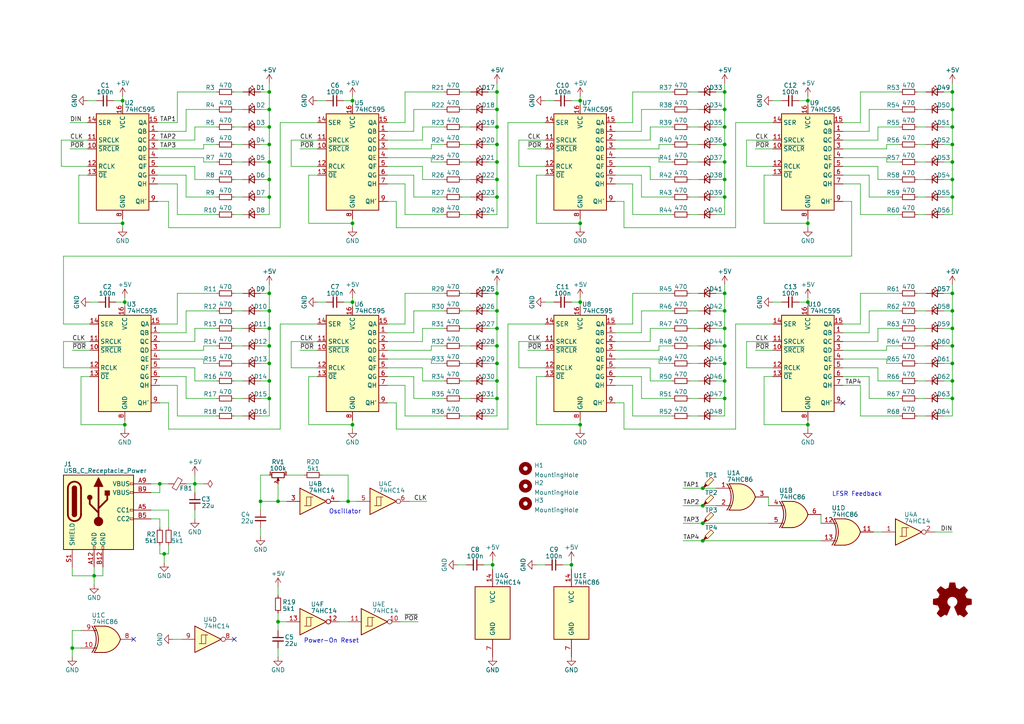
<source format=kicad_sch>
(kicad_sch (version 20211123) (generator eeschema)
  (paper "A4")
  (title_block (title "Talisman") (date "2021-11-27") (rev "1.0") (company "www.freelabs.space") (comment 1 "Marco Zollinger"))
  (junction (at 80.645 180.34))
  (junction (at 78.105 100.33))
  (junction (at 100.965 145.415))
  (junction (at 144.145 46.99))
  (junction (at 203.835 146.685))
  (junction (at 144.145 85.09))
  (junction (at 80.645 145.415))
  (junction (at 102.235 87.63))
  (junction (at 210.185 26.67))
  (junction (at 276.225 31.75))
  (junction (at 102.235 123.19))
  (junction (at 144.145 90.17))
  (junction (at 276.225 105.41))
  (junction (at 78.105 110.49))
  (junction (at 210.185 90.17))
  (junction (at 276.225 52.07))
  (junction (at 75.565 145.415))
  (junction (at 144.145 95.25))
  (junction (at 78.105 31.75))
  (junction (at 78.105 57.15))
  (junction (at 203.835 141.605))
  (junction (at 46.355 140.335))
  (junction (at 78.105 115.57))
  (junction (at 210.185 110.49))
  (junction (at 20.955 187.96))
  (junction (at 144.145 31.75))
  (junction (at 144.145 100.33))
  (junction (at 144.145 26.67))
  (junction (at 144.145 36.83))
  (junction (at 234.315 87.63))
  (junction (at 78.105 105.41))
  (junction (at 168.275 87.63))
  (junction (at 142.875 163.83))
  (junction (at 276.225 100.33))
  (junction (at 210.185 41.91))
  (junction (at 276.225 26.67))
  (junction (at 78.105 26.67))
  (junction (at 168.275 64.77))
  (junction (at 210.185 46.99))
  (junction (at 78.105 95.25))
  (junction (at 276.225 36.83))
  (junction (at 47.625 160.655))
  (junction (at 210.185 31.75))
  (junction (at 276.225 57.15))
  (junction (at 234.315 29.21))
  (junction (at 144.145 110.49))
  (junction (at 165.735 163.83))
  (junction (at 144.145 115.57))
  (junction (at 35.56 29.21))
  (junction (at 210.185 95.25))
  (junction (at 144.145 52.07))
  (junction (at 36.195 87.63))
  (junction (at 276.225 41.91))
  (junction (at 35.56 64.77))
  (junction (at 276.225 85.09))
  (junction (at 27.305 167.005))
  (junction (at 36.195 123.19))
  (junction (at 168.275 123.19))
  (junction (at 276.225 95.25))
  (junction (at 102.235 64.77))
  (junction (at 78.105 90.17))
  (junction (at 210.185 105.41))
  (junction (at 78.105 46.99))
  (junction (at 276.225 46.99))
  (junction (at 78.105 85.09))
  (junction (at 276.225 110.49))
  (junction (at 210.185 36.83))
  (junction (at 144.145 41.91))
  (junction (at 78.105 52.07))
  (junction (at 78.105 41.91))
  (junction (at 234.315 123.19))
  (junction (at 56.515 140.335))
  (junction (at 78.105 36.83))
  (junction (at 210.185 85.09))
  (junction (at 168.275 29.21))
  (junction (at 276.225 90.17))
  (junction (at 144.145 105.41))
  (junction (at 210.185 52.07))
  (junction (at 210.185 100.33))
  (junction (at 210.185 115.57))
  (junction (at 203.835 156.845))
  (junction (at 144.145 57.15))
  (junction (at 276.225 115.57))
  (junction (at 234.315 64.77))
  (junction (at 210.185 57.15))
  (junction (at 203.835 151.765))
  (junction (at 102.235 29.21))
  (no_connect (at 67.945 185.42))
  (no_connect (at 244.475 116.84))
  (no_connect (at 38.735 185.42))
  (wire (pts (xy 35.56 63.5) (xy 35.56 64.77)))
  (wire (pts (xy 84.455 48.26) (xy 92.075 48.26)))
  (wire (pts (xy 252.095 31.75) (xy 260.985 31.75)))
  (wire (pts (xy 210.185 41.91) (xy 210.185 36.83)))
  (wire (pts (xy 56.515 95.25) (xy 62.865 95.25)))
  (wire (pts (xy 56.515 147.955) (xy 56.515 150.495)))
  (wire (pts (xy 125.095 41.91) (xy 128.905 41.91)))
  (wire (pts (xy 234.315 86.36) (xy 234.315 87.63)))
  (wire (pts (xy 158.115 101.6) (xy 153.035 101.6)))
  (wire (pts (xy 70.485 110.49) (xy 67.945 110.49)))
  (wire (pts (xy 47.625 160.655) (xy 46.355 160.655)))
  (wire (pts (xy 117.475 120.65) (xy 128.905 120.65)))
  (wire (pts (xy 266.065 36.83) (xy 268.605 36.83)))
  (wire (pts (xy 46.355 101.6) (xy 59.055 101.6)))
  (wire (pts (xy 100.965 180.34) (xy 98.425 180.34)))
  (wire (pts (xy 102.235 123.19) (xy 102.235 124.46)))
  (wire (pts (xy 268.605 120.65) (xy 266.065 120.65)))
  (wire (pts (xy 276.225 90.17) (xy 273.685 90.17)))
  (wire (pts (xy 226.695 87.63) (xy 224.155 87.63)))
  (wire (pts (xy 26.035 109.22) (xy 23.495 109.22)))
  (wire (pts (xy 266.065 95.25) (xy 268.605 95.25)))
  (wire (pts (xy 144.145 85.09) (xy 144.145 82.55)))
  (wire (pts (xy 188.595 95.25) (xy 188.595 99.06)))
  (wire (pts (xy 210.185 57.15) (xy 210.185 52.07)))
  (wire (pts (xy 200.025 95.25) (xy 202.565 95.25)))
  (wire (pts (xy 183.515 62.23) (xy 183.515 53.34)))
  (wire (pts (xy 147.32 35.56) (xy 158.115 35.56)))
  (wire (pts (xy 78.105 85.09) (xy 78.105 82.55)))
  (wire (pts (xy 191.135 41.91) (xy 194.945 41.91)))
  (wire (pts (xy 117.475 62.23) (xy 117.475 53.34)))
  (wire (pts (xy 75.565 105.41) (xy 78.105 105.41)))
  (wire (pts (xy 142.875 163.83) (xy 140.335 163.83)))
  (wire (pts (xy 210.185 85.09) (xy 210.185 82.55)))
  (wire (pts (xy 117.475 62.23) (xy 128.905 62.23)))
  (wire (pts (xy 238.125 149.225) (xy 238.125 151.765)))
  (wire (pts (xy 46.355 116.84) (xy 48.895 116.84)))
  (wire (pts (xy 268.605 41.91) (xy 266.065 41.91)))
  (wire (pts (xy 51.435 93.98) (xy 46.355 93.98)))
  (wire (pts (xy 78.105 26.67) (xy 78.105 24.13)))
  (wire (pts (xy 78.105 115.57) (xy 78.105 110.49)))
  (wire (pts (xy 207.645 62.23) (xy 210.185 62.23)))
  (wire (pts (xy 94.615 29.21) (xy 92.075 29.21)))
  (wire (pts (xy 125.095 105.41) (xy 128.905 105.41)))
  (wire (pts (xy 191.135 100.33) (xy 191.135 101.6)))
  (wire (pts (xy 117.475 85.09) (xy 128.905 85.09)))
  (wire (pts (xy 56.515 36.83) (xy 62.865 36.83)))
  (wire (pts (xy 27.94 29.21) (xy 25.4 29.21)))
  (wire (pts (xy 102.235 27.94) (xy 102.235 29.21)))
  (wire (pts (xy 165.735 163.83) (xy 163.195 163.83)))
  (wire (pts (xy 210.185 120.65) (xy 210.185 115.57)))
  (wire (pts (xy 257.175 105.41) (xy 257.175 104.14)))
  (wire (pts (xy 78.105 100.33) (xy 78.105 95.25)))
  (wire (pts (xy 141.605 95.25) (xy 144.145 95.25)))
  (wire (pts (xy 168.275 29.21) (xy 165.735 29.21)))
  (wire (pts (xy 244.475 58.42) (xy 247.015 58.42)))
  (wire (pts (xy 266.065 26.67) (xy 268.605 26.67)))
  (wire (pts (xy 75.565 26.67) (xy 78.105 26.67)))
  (wire (pts (xy 203.835 141.605) (xy 207.645 141.605)))
  (wire (pts (xy 207.645 115.57) (xy 210.185 115.57)))
  (wire (pts (xy 141.605 105.41) (xy 144.145 105.41)))
  (wire (pts (xy 75.565 95.25) (xy 78.105 95.25)))
  (wire (pts (xy 178.435 53.34) (xy 183.515 53.34)))
  (wire (pts (xy 273.685 85.09) (xy 276.225 85.09)))
  (wire (pts (xy 45.72 50.8) (xy 53.975 50.8)))
  (wire (pts (xy 67.945 26.67) (xy 70.485 26.67)))
  (wire (pts (xy 78.105 52.07) (xy 75.565 52.07)))
  (wire (pts (xy 273.685 26.67) (xy 276.225 26.67)))
  (wire (pts (xy 75.565 85.09) (xy 78.105 85.09)))
  (wire (pts (xy 144.145 31.75) (xy 141.605 31.75)))
  (wire (pts (xy 48.895 58.42) (xy 48.895 66.04)))
  (wire (pts (xy 216.535 99.06) (xy 216.535 106.68)))
  (wire (pts (xy 136.525 41.91) (xy 133.985 41.91)))
  (wire (pts (xy 186.055 115.57) (xy 186.055 109.22)))
  (wire (pts (xy 244.475 106.68) (xy 254.635 106.68)))
  (wire (pts (xy 147.32 66.04) (xy 147.32 35.56)))
  (wire (pts (xy 178.435 48.26) (xy 188.595 48.26)))
  (wire (pts (xy 144.145 62.23) (xy 144.145 57.15)))
  (wire (pts (xy 186.055 57.15) (xy 186.055 50.8)))
  (wire (pts (xy 244.475 48.26) (xy 254.635 48.26)))
  (wire (pts (xy 144.145 110.49) (xy 141.605 110.49)))
  (wire (pts (xy 70.485 41.91) (xy 67.945 41.91)))
  (wire (pts (xy 56.515 140.335) (xy 56.515 137.795)))
  (wire (pts (xy 78.105 46.99) (xy 78.105 41.91)))
  (wire (pts (xy 125.095 45.72) (xy 112.395 45.72)))
  (wire (pts (xy 117.475 93.98) (xy 112.395 93.98)))
  (wire (pts (xy 47.625 160.655) (xy 47.625 163.195)))
  (wire (pts (xy 20.955 182.88) (xy 20.955 187.96)))
  (wire (pts (xy 144.145 46.99) (xy 144.145 41.91)))
  (wire (pts (xy 102.235 29.21) (xy 99.695 29.21)))
  (wire (pts (xy 273.685 36.83) (xy 276.225 36.83)))
  (wire (pts (xy 36.195 87.63) (xy 33.655 87.63)))
  (wire (pts (xy 48.895 66.04) (xy 81.28 66.04)))
  (wire (pts (xy 112.395 116.84) (xy 114.935 116.84)))
  (wire (pts (xy 120.015 31.75) (xy 120.015 38.1)))
  (wire (pts (xy 122.555 95.25) (xy 128.905 95.25)))
  (wire (pts (xy 216.535 48.26) (xy 224.155 48.26)))
  (wire (pts (xy 183.515 120.65) (xy 194.945 120.65)))
  (wire (pts (xy 23.495 109.22) (xy 23.495 123.19)))
  (wire (pts (xy 168.275 87.63) (xy 168.275 88.9)))
  (wire (pts (xy 141.605 62.23) (xy 144.145 62.23)))
  (wire (pts (xy 51.435 26.67) (xy 51.435 35.56)))
  (wire (pts (xy 183.515 85.09) (xy 183.515 93.98)))
  (wire (pts (xy 158.115 43.18) (xy 153.035 43.18)))
  (wire (pts (xy 114.935 116.84) (xy 114.935 124.46)))
  (wire (pts (xy 36.195 87.63) (xy 36.195 88.9)))
  (wire (pts (xy 178.435 106.68) (xy 188.595 106.68)))
  (wire (pts (xy 35.56 27.94) (xy 35.56 29.21)))
  (wire (pts (xy 178.435 116.84) (xy 180.975 116.84)))
  (wire (pts (xy 56.515 110.49) (xy 62.865 110.49)))
  (wire (pts (xy 75.565 147.955) (xy 75.565 145.415)))
  (wire (pts (xy 180.975 116.84) (xy 180.975 124.46)))
  (wire (pts (xy 102.235 64.77) (xy 102.235 66.04)))
  (wire (pts (xy 27.305 167.005) (xy 29.845 167.005)))
  (wire (pts (xy 59.055 41.91) (xy 59.055 43.18)))
  (wire (pts (xy 191.135 45.72) (xy 178.435 45.72)))
  (wire (pts (xy 56.515 110.49) (xy 56.515 106.68)))
  (wire (pts (xy 46.355 142.875) (xy 46.355 140.335)))
  (wire (pts (xy 254.635 99.06) (xy 244.475 99.06)))
  (wire (pts (xy 80.645 182.88) (xy 80.645 180.34)))
  (wire (pts (xy 202.565 110.49) (xy 200.025 110.49)))
  (wire (pts (xy 238.125 156.845) (xy 203.835 156.845)))
  (wire (pts (xy 56.515 95.25) (xy 56.515 99.06)))
  (wire (pts (xy 158.115 50.8) (xy 155.575 50.8)))
  (wire (pts (xy 191.135 104.14) (xy 178.435 104.14)))
  (wire (pts (xy 67.945 115.57) (xy 70.485 115.57)))
  (wire (pts (xy 257.175 100.33) (xy 260.985 100.33)))
  (wire (pts (xy 168.275 86.36) (xy 168.275 87.63)))
  (wire (pts (xy 75.565 153.035) (xy 75.565 155.575)))
  (wire (pts (xy 120.015 57.15) (xy 120.015 50.8)))
  (wire (pts (xy 188.595 52.07) (xy 188.595 48.26)))
  (wire (pts (xy 92.075 40.64) (xy 84.455 40.64)))
  (wire (pts (xy 191.135 46.99) (xy 194.945 46.99)))
  (wire (pts (xy 17.78 40.64) (xy 17.78 48.26)))
  (wire (pts (xy 70.485 31.75) (xy 67.945 31.75)))
  (wire (pts (xy 112.395 101.6) (xy 125.095 101.6)))
  (wire (pts (xy 273.685 115.57) (xy 276.225 115.57)))
  (wire (pts (xy 133.985 105.41) (xy 136.525 105.41)))
  (wire (pts (xy 51.435 120.65) (xy 62.865 120.65)))
  (wire (pts (xy 276.225 41.91) (xy 273.685 41.91)))
  (wire (pts (xy 252.095 115.57) (xy 260.985 115.57)))
  (wire (pts (xy 210.185 95.25) (xy 210.185 90.17)))
  (wire (pts (xy 45.72 53.34) (xy 51.435 53.34)))
  (wire (pts (xy 43.815 147.955) (xy 48.895 147.955)))
  (wire (pts (xy 46.355 96.52) (xy 53.975 96.52)))
  (wire (pts (xy 67.945 46.99) (xy 70.485 46.99)))
  (wire (pts (xy 221.615 64.77) (xy 234.315 64.77)))
  (wire (pts (xy 249.555 85.09) (xy 249.555 93.98)))
  (wire (pts (xy 122.555 36.83) (xy 122.555 40.64)))
  (wire (pts (xy 122.555 99.06) (xy 112.395 99.06)))
  (wire (pts (xy 18.415 99.06) (xy 18.415 106.68)))
  (wire (pts (xy 133.985 57.15) (xy 136.525 57.15)))
  (wire (pts (xy 120.015 57.15) (xy 128.905 57.15)))
  (wire (pts (xy 53.975 115.57) (xy 62.865 115.57)))
  (wire (pts (xy 210.185 110.49) (xy 207.645 110.49)))
  (wire (pts (xy 213.36 124.46) (xy 213.36 93.98)))
  (wire (pts (xy 43.815 150.495) (xy 46.355 150.495)))
  (wire (pts (xy 207.645 146.685) (xy 203.835 146.685)))
  (wire (pts (xy 25.4 40.64) (xy 17.78 40.64)))
  (wire (pts (xy 78.105 120.65) (xy 78.105 115.57)))
  (wire (pts (xy 191.135 100.33) (xy 194.945 100.33)))
  (wire (pts (xy 276.225 90.17) (xy 276.225 85.09)))
  (wire (pts (xy 268.605 52.07) (xy 266.065 52.07)))
  (wire (pts (xy 247.015 58.42) (xy 247.015 74.295)))
  (wire (pts (xy 210.185 52.07) (xy 207.645 52.07)))
  (wire (pts (xy 203.835 151.765) (xy 198.12 151.765)))
  (wire (pts (xy 75.565 62.23) (xy 78.105 62.23)))
  (wire (pts (xy 252.095 50.8) (xy 244.475 50.8)))
  (wire (pts (xy 53.975 90.17) (xy 62.865 90.17)))
  (wire (pts (xy 147.32 124.46) (xy 147.32 93.98)))
  (wire (pts (xy 254.635 52.07) (xy 254.635 48.26)))
  (wire (pts (xy 75.565 36.83) (xy 78.105 36.83)))
  (wire (pts (xy 249.555 62.23) (xy 249.555 53.34)))
  (wire (pts (xy 144.145 120.65) (xy 144.145 115.57)))
  (wire (pts (xy 252.095 90.17) (xy 260.985 90.17)))
  (wire (pts (xy 136.525 110.49) (xy 133.985 110.49)))
  (wire (pts (xy 46.355 111.76) (xy 51.435 111.76)))
  (wire (pts (xy 48.895 160.655) (xy 47.625 160.655)))
  (wire (pts (xy 178.435 101.6) (xy 191.135 101.6)))
  (wire (pts (xy 102.235 121.92) (xy 102.235 123.19)))
  (wire (pts (xy 80.645 180.34) (xy 80.645 177.8)))
  (wire (pts (xy 120.015 90.17) (xy 120.015 96.52)))
  (wire (pts (xy 257.175 104.14) (xy 244.475 104.14)))
  (wire (pts (xy 276.225 52.07) (xy 276.225 46.99)))
  (wire (pts (xy 247.015 74.295) (xy 18.415 74.295)))
  (wire (pts (xy 249.555 26.67) (xy 249.555 35.56)))
  (wire (pts (xy 141.605 46.99) (xy 144.145 46.99)))
  (wire (pts (xy 276.225 52.07) (xy 273.685 52.07)))
  (wire (pts (xy 144.145 52.07) (xy 141.605 52.07)))
  (wire (pts (xy 276.225 110.49) (xy 276.225 105.41)))
  (wire (pts (xy 141.605 26.67) (xy 144.145 26.67)))
  (wire (pts (xy 180.975 66.04) (xy 213.36 66.04)))
  (wire (pts (xy 142.875 163.83) (xy 142.875 165.1)))
  (wire (pts (xy 93.345 137.795) (xy 100.965 137.795)))
  (wire (pts (xy 144.145 115.57) (xy 144.145 110.49)))
  (wire (pts (xy 147.32 93.98) (xy 158.115 93.98)))
  (wire (pts (xy 168.275 29.21) (xy 168.275 30.48)))
  (wire (pts (xy 234.315 29.21) (xy 231.775 29.21)))
  (wire (pts (xy 59.055 100.33) (xy 62.865 100.33)))
  (wire (pts (xy 276.225 31.75) (xy 273.685 31.75)))
  (wire (pts (xy 45.72 40.64) (xy 56.515 40.64)))
  (wire (pts (xy 53.975 57.15) (xy 53.975 50.8)))
  (wire (pts (xy 210.185 90.17) (xy 207.645 90.17)))
  (wire (pts (xy 120.015 90.17) (xy 128.905 90.17)))
  (wire (pts (xy 43.815 142.875) (xy 46.355 142.875)))
  (wire (pts (xy 165.735 162.56) (xy 165.735 163.83)))
  (wire (pts (xy 48.895 153.035) (xy 48.895 147.955)))
  (wire (pts (xy 188.595 95.25) (xy 194.945 95.25)))
  (wire (pts (xy 112.395 38.1) (xy 120.015 38.1)))
  (wire (pts (xy 48.895 158.115) (xy 48.895 160.655)))
  (wire (pts (xy 191.135 105.41) (xy 191.135 104.14)))
  (wire (pts (xy 210.185 62.23) (xy 210.185 57.15)))
  (wire (pts (xy 252.095 57.15) (xy 260.985 57.15)))
  (wire (pts (xy 207.645 26.67) (xy 210.185 26.67)))
  (wire (pts (xy 144.145 41.91) (xy 141.605 41.91)))
  (wire (pts (xy 276.225 100.33) (xy 276.225 95.25)))
  (wire (pts (xy 234.315 87.63) (xy 234.315 88.9)))
  (wire (pts (xy 210.185 115.57) (xy 210.185 110.49)))
  (wire (pts (xy 133.985 85.09) (xy 136.525 85.09)))
  (wire (pts (xy 102.235 87.63) (xy 102.235 88.9)))
  (wire (pts (xy 117.475 26.67) (xy 117.475 35.56)))
  (wire (pts (xy 188.595 36.83) (xy 188.595 40.64)))
  (wire (pts (xy 273.685 46.99) (xy 276.225 46.99)))
  (wire (pts (xy 144.145 100.33) (xy 141.605 100.33)))
  (wire (pts (xy 178.435 38.1) (xy 186.055 38.1)))
  (wire (pts (xy 254.635 110.49) (xy 254.635 106.68)))
  (wire (pts (xy 112.395 53.34) (xy 117.475 53.34)))
  (wire (pts (xy 158.115 163.83) (xy 155.575 163.83)))
  (wire (pts (xy 183.515 35.56) (xy 178.435 35.56)))
  (wire (pts (xy 144.145 90.17) (xy 144.145 85.09)))
  (wire (pts (xy 200.025 46.99) (xy 202.565 46.99)))
  (wire (pts (xy 203.835 146.685) (xy 198.12 146.685)))
  (wire (pts (xy 249.555 62.23) (xy 260.985 62.23)))
  (wire (pts (xy 273.685 120.65) (xy 276.225 120.65)))
  (wire (pts (xy 257.175 41.91) (xy 257.175 43.18)))
  (wire (pts (xy 276.225 115.57) (xy 276.225 110.49)))
  (wire (pts (xy 133.985 115.57) (xy 136.525 115.57)))
  (wire (pts (xy 200.025 36.83) (xy 202.565 36.83)))
  (wire (pts (xy 27.305 167.005) (xy 27.305 169.545)))
  (wire (pts (xy 224.155 40.64) (xy 216.535 40.64)))
  (wire (pts (xy 183.515 85.09) (xy 194.945 85.09)))
  (wire (pts (xy 158.115 99.06) (xy 150.495 99.06)))
  (wire (pts (xy 226.695 29.21) (xy 224.155 29.21)))
  (wire (pts (xy 210.185 41.91) (xy 207.645 41.91)))
  (wire (pts (xy 202.565 52.07) (xy 200.025 52.07)))
  (wire (pts (xy 35.56 64.77) (xy 35.56 66.04)))
  (wire (pts (xy 213.36 66.04) (xy 213.36 35.56)))
  (wire (pts (xy 67.945 57.15) (xy 70.485 57.15)))
  (wire (pts (xy 136.525 52.07) (xy 133.985 52.07)))
  (wire (pts (xy 53.975 31.75) (xy 53.975 38.1)))
  (wire (pts (xy 224.155 101.6) (xy 219.075 101.6)))
  (wire (pts (xy 202.565 100.33) (xy 200.025 100.33)))
  (wire (pts (xy 144.145 41.91) (xy 144.145 36.83)))
  (wire (pts (xy 207.645 95.25) (xy 210.185 95.25)))
  (wire (pts (xy 276.225 110.49) (xy 273.685 110.49)))
  (wire (pts (xy 276.225 105.41) (xy 276.225 100.33)))
  (wire (pts (xy 81.28 66.04) (xy 81.28 35.56)))
  (wire (pts (xy 168.275 63.5) (xy 168.275 64.77)))
  (wire (pts (xy 155.575 50.8) (xy 155.575 64.77)))
  (wire (pts (xy 75.565 137.795) (xy 75.565 145.415)))
  (wire (pts (xy 133.985 46.99) (xy 136.525 46.99)))
  (wire (pts (xy 178.435 96.52) (xy 186.055 96.52)))
  (wire (pts (xy 183.515 120.65) (xy 183.515 111.76)))
  (wire (pts (xy 125.095 46.99) (xy 125.095 45.72)))
  (wire (pts (xy 186.055 50.8) (xy 178.435 50.8)))
  (wire (pts (xy 255.905 154.305) (xy 253.365 154.305)))
  (wire (pts (xy 136.525 90.17) (xy 133.985 90.17)))
  (wire (pts (xy 59.055 100.33) (xy 59.055 101.6)))
  (wire (pts (xy 81.28 93.98) (xy 92.075 93.98)))
  (wire (pts (xy 53.975 115.57) (xy 53.975 109.22)))
  (wire (pts (xy 180.975 124.46) (xy 213.36 124.46)))
  (wire (pts (xy 102.235 29.21) (xy 102.235 30.48)))
  (wire (pts (xy 120.015 50.8) (xy 112.395 50.8)))
  (wire (pts (xy 45.72 45.72) (xy 59.055 45.72)))
  (wire (pts (xy 249.555 26.67) (xy 260.985 26.67)))
  (wire (pts (xy 56.515 99.06) (xy 46.355 99.06)))
  (wire (pts (xy 27.305 167.005) (xy 27.305 164.465)))
  (wire (pts (xy 52.705 185.42) (xy 50.165 185.42)))
  (wire (pts (xy 78.105 95.25) (xy 78.105 90.17)))
  (wire (pts (xy 244.475 111.76) (xy 249.555 111.76)))
  (wire (pts (xy 117.475 120.65) (xy 117.475 111.76)))
  (wire (pts (xy 48.895 124.46) (xy 81.28 124.46)))
  (wire (pts (xy 122.555 95.25) (xy 122.555 99.06)))
  (wire (pts (xy 141.605 120.65) (xy 144.145 120.65)))
  (wire (pts (xy 70.485 52.07) (xy 67.945 52.07)))
  (wire (pts (xy 59.055 41.91) (xy 62.865 41.91)))
  (wire (pts (xy 135.255 163.83) (xy 132.715 163.83)))
  (wire (pts (xy 210.185 26.67) (xy 210.185 24.13)))
  (wire (pts (xy 53.975 109.22) (xy 46.355 109.22)))
  (wire (pts (xy 273.685 62.23) (xy 276.225 62.23)))
  (wire (pts (xy 46.355 140.335) (xy 48.895 140.335)))
  (wire (pts (xy 114.935 58.42) (xy 114.935 66.04)))
  (wire (pts (xy 257.175 46.99) (xy 260.985 46.99)))
  (wire (pts (xy 160.655 29.21) (xy 158.115 29.21)))
  (wire (pts (xy 59.055 104.14) (xy 46.355 104.14)))
  (wire (pts (xy 117.475 35.56) (xy 112.395 35.56)))
  (wire (pts (xy 186.055 109.22) (xy 178.435 109.22)))
  (wire (pts (xy 36.195 123.19) (xy 36.195 124.46)))
  (wire (pts (xy 56.515 52.07) (xy 56.515 48.26)))
  (wire (pts (xy 94.615 87.63) (xy 92.075 87.63)))
  (wire (pts (xy 80.645 187.96) (xy 80.645 190.5)))
  (wire (pts (xy 56.515 140.335) (xy 56.515 142.875)))
  (wire (pts (xy 254.635 36.83) (xy 260.985 36.83)))
  (wire (pts (xy 168.275 87.63) (xy 165.735 87.63)))
  (wire (pts (xy 78.105 31.75) (xy 78.105 26.67)))
  (wire (pts (xy 51.435 62.23) (xy 51.435 53.34)))
  (wire (pts (xy 84.455 106.68) (xy 92.075 106.68)))
  (wire (pts (xy 207.645 57.15) (xy 210.185 57.15)))
  (wire (pts (xy 136.525 31.75) (xy 133.985 31.75)))
  (wire (pts (xy 45.72 38.1) (xy 53.975 38.1)))
  (wire (pts (xy 144.145 110.49) (xy 144.145 105.41)))
  (wire (pts (xy 46.355 160.655) (xy 46.355 158.115)))
  (wire (pts (xy 273.685 57.15) (xy 276.225 57.15)))
  (wire (pts (xy 83.185 137.795) (xy 88.265 137.795)))
  (wire (pts (xy 23.495 123.19) (xy 36.195 123.19)))
  (wire (pts (xy 168.275 27.94) (xy 168.275 29.21)))
  (wire (pts (xy 210.185 110.49) (xy 210.185 105.41)))
  (wire (pts (xy 56.515 36.83) (xy 56.515 40.64)))
  (wire (pts (xy 155.575 109.22) (xy 155.575 123.19)))
  (wire (pts (xy 186.055 31.75) (xy 186.055 38.1)))
  (wire (pts (xy 67.945 85.09) (xy 70.485 85.09)))
  (wire (pts (xy 112.395 106.68) (xy 122.555 106.68)))
  (wire (pts (xy 168.275 121.92) (xy 168.275 123.19)))
  (wire (pts (xy 122.555 40.64) (xy 112.395 40.64)))
  (wire (pts (xy 120.015 115.57) (xy 120.015 109.22)))
  (wire (pts (xy 207.645 120.65) (xy 210.185 120.65)))
  (wire (pts (xy 249.555 120.65) (xy 260.985 120.65)))
  (wire (pts (xy 158.115 109.22) (xy 155.575 109.22)))
  (wire (pts (xy 210.185 31.75) (xy 207.645 31.75)))
  (wire (pts (xy 144.145 52.07) (xy 144.145 46.99)))
  (wire (pts (xy 200.025 26.67) (xy 202.565 26.67)))
  (wire (pts (xy 92.075 43.18) (xy 86.995 43.18)))
  (wire (pts (xy 75.565 57.15) (xy 78.105 57.15)))
  (wire (pts (xy 70.485 62.23) (xy 67.945 62.23)))
  (wire (pts (xy 183.515 26.67) (xy 183.515 35.56)))
  (wire (pts (xy 188.595 110.49) (xy 194.945 110.49)))
  (wire (pts (xy 125.095 41.91) (xy 125.095 43.18)))
  (wire (pts (xy 78.105 31.75) (xy 75.565 31.75)))
  (wire (pts (xy 46.355 106.68) (xy 56.515 106.68)))
  (wire (pts (xy 78.105 110.49) (xy 78.105 105.41)))
  (wire (pts (xy 224.155 43.18) (xy 219.075 43.18)))
  (wire (pts (xy 89.535 109.22) (xy 89.535 123.19)))
  (wire (pts (xy 221.615 50.8) (xy 221.615 64.77)))
  (wire (pts (xy 252.095 31.75) (xy 252.095 38.1)))
  (wire (pts (xy 276.225 46.99) (xy 276.225 41.91)))
  (wire (pts (xy 144.145 100.33) (xy 144.145 95.25)))
  (wire (pts (xy 222.885 144.145) (xy 222.885 146.685)))
  (wire (pts (xy 144.145 36.83) (xy 144.145 31.75)))
  (wire (pts (xy 122.555 110.49) (xy 122.555 106.68)))
  (wire (pts (xy 112.395 111.76) (xy 117.475 111.76)))
  (wire (pts (xy 276.225 57.15) (xy 276.225 52.07)))
  (wire (pts (xy 144.145 105.41) (xy 144.145 100.33)))
  (wire (pts (xy 249.555 85.09) (xy 260.985 85.09)))
  (wire (pts (xy 254.635 95.25) (xy 260.985 95.25)))
  (wire (pts (xy 51.435 85.09) (xy 62.865 85.09)))
  (wire (pts (xy 244.475 96.52) (xy 252.095 96.52)))
  (wire (pts (xy 183.515 93.98) (xy 178.435 93.98)))
  (wire (pts (xy 67.945 105.41) (xy 70.485 105.41)))
  (wire (pts (xy 29.845 167.005) (xy 29.845 164.465)))
  (wire (pts (xy 249.555 35.56) (xy 244.475 35.56)))
  (wire (pts (xy 188.595 40.64) (xy 178.435 40.64)))
  (wire (pts (xy 276.225 36.83) (xy 276.225 31.75)))
  (wire (pts (xy 78.105 105.41) (xy 78.105 100.33)))
  (wire (pts (xy 234.315 63.5) (xy 234.315 64.77)))
  (wire (pts (xy 186.055 31.75) (xy 194.945 31.75)))
  (wire (pts (xy 276.225 62.23) (xy 276.225 57.15)))
  (wire (pts (xy 276.225 26.67) (xy 276.225 24.13)))
  (wire (pts (xy 234.315 27.94) (xy 234.315 29.21)))
  (wire (pts (xy 22.86 64.77) (xy 35.56 64.77)))
  (wire (pts (xy 191.135 105.41) (xy 194.945 105.41)))
  (wire (pts (xy 200.025 85.09) (xy 202.565 85.09)))
  (wire (pts (xy 136.525 120.65) (xy 133.985 120.65)))
  (wire (pts (xy 186.055 90.17) (xy 194.945 90.17)))
  (wire (pts (xy 252.095 115.57) (xy 252.095 109.22)))
  (wire (pts (xy 51.435 120.65) (xy 51.435 111.76)))
  (wire (pts (xy 18.415 93.98) (xy 26.035 93.98)))
  (wire (pts (xy 234.315 121.92) (xy 234.315 123.19)))
  (wire (pts (xy 234.315 29.21) (xy 234.315 30.48)))
  (wire (pts (xy 136.525 100.33) (xy 133.985 100.33)))
  (wire (pts (xy 81.28 35.56) (xy 92.075 35.56)))
  (wire (pts (xy 150.495 40.64) (xy 150.495 48.26)))
  (wire (pts (xy 180.975 58.42) (xy 180.975 66.04)))
  (wire (pts (xy 125.095 104.14) (xy 112.395 104.14)))
  (wire (pts (xy 53.975 57.15) (xy 62.865 57.15)))
  (wire (pts (xy 273.685 95.25) (xy 276.225 95.25)))
  (wire (pts (xy 122.555 110.49) (xy 128.905 110.49)))
  (wire (pts (xy 224.155 50.8) (xy 221.615 50.8)))
  (wire (pts (xy 207.645 46.99) (xy 210.185 46.99)))
  (wire (pts (xy 144.145 31.75) (xy 144.145 26.67)))
  (wire (pts (xy 84.455 99.06) (xy 84.455 106.68)))
  (wire (pts (xy 210.185 105.41) (xy 210.185 100.33)))
  (wire (pts (xy 168.275 123.19) (xy 168.275 124.46)))
  (wire (pts (xy 133.985 36.83) (xy 136.525 36.83)))
  (wire (pts (xy 78.105 62.23) (xy 78.105 57.15)))
  (wire (pts (xy 202.565 31.75) (xy 200.025 31.75)))
  (wire (pts (xy 112.395 43.18) (xy 125.095 43.18)))
  (wire (pts (xy 186.055 115.57) (xy 194.945 115.57)))
  (wire (pts (xy 210.185 100.33) (xy 210.185 95.25)))
  (wire (pts (xy 125.095 100.33) (xy 128.905 100.33)))
  (wire (pts (xy 25.4 35.56) (xy 20.32 35.56)))
  (wire (pts (xy 36.195 121.92) (xy 36.195 123.19)))
  (wire (pts (xy 80.645 170.18) (xy 80.645 172.72)))
  (wire (pts (xy 168.275 64.77) (xy 168.275 66.04)))
  (wire (pts (xy 70.485 90.17) (xy 67.945 90.17)))
  (wire (pts (xy 234.315 123.19) (xy 234.315 124.46)))
  (wire (pts (xy 254.635 36.83) (xy 254.635 40.64)))
  (wire (pts (xy 67.945 95.25) (xy 70.485 95.25)))
  (wire (pts (xy 117.475 85.09) (xy 117.475 93.98)))
  (wire (pts (xy 112.395 58.42) (xy 114.935 58.42)))
  (wire (pts (xy 98.425 145.415) (xy 100.965 145.415)))
  (wire (pts (xy 78.105 41.91) (xy 78.105 36.83)))
  (wire (pts (xy 120.015 109.22) (xy 112.395 109.22)))
  (wire (pts (xy 276.225 120.65) (xy 276.225 115.57)))
  (wire (pts (xy 257.175 45.72) (xy 244.475 45.72)))
  (wire (pts (xy 100.965 137.795) (xy 100.965 145.415)))
  (wire (pts (xy 191.135 41.91) (xy 191.135 43.18)))
  (wire (pts (xy 268.605 31.75) (xy 266.065 31.75)))
  (wire (pts (xy 252.095 57.15) (xy 252.095 50.8)))
  (wire (pts (xy 56.515 140.335) (xy 59.055 140.335)))
  (wire (pts (xy 67.945 36.83) (xy 70.485 36.83)))
  (wire (pts (xy 78.105 90.17) (xy 75.565 90.17)))
  (wire (pts (xy 116.205 180.34) (xy 121.285 180.34)))
  (wire (pts (xy 141.605 57.15) (xy 144.145 57.15)))
  (wire (pts (xy 125.095 100.33) (xy 125.095 101.6)))
  (wire (pts (xy 276.225 95.25) (xy 276.225 90.17)))
  (wire (pts (xy 59.055 46.99) (xy 59.055 45.72)))
  (wire (pts (xy 45.72 48.26) (xy 56.515 48.26)))
  (wire (pts (xy 186.055 90.17) (xy 186.055 96.52)))
  (wire (pts (xy 178.435 111.76) (xy 183.515 111.76)))
  (wire (pts (xy 150.495 106.68) (xy 158.115 106.68)))
  (wire (pts (xy 198.12 141.605) (xy 203.835 141.605)))
  (wire (pts (xy 252.095 90.17) (xy 252.095 96.52)))
  (wire (pts (xy 92.075 99.06) (xy 84.455 99.06)))
  (wire (pts (xy 20.955 167.005) (xy 27.305 167.005)))
  (wire (pts (xy 207.645 36.83) (xy 210.185 36.83)))
  (wire (pts (xy 122.555 36.83) (xy 128.905 36.83)))
  (wire (pts (xy 25.4 43.18) (xy 20.32 43.18)))
  (wire (pts (xy 122.555 52.07) (xy 128.905 52.07)))
  (wire (pts (xy 165.735 163.83) (xy 165.735 165.1)))
  (wire (pts (xy 78.105 36.83) (xy 78.105 31.75)))
  (wire (pts (xy 268.605 100.33) (xy 266.065 100.33)))
  (wire (pts (xy 18.415 106.68) (xy 26.035 106.68)))
  (wire (pts (xy 207.645 105.41) (xy 210.185 105.41)))
  (wire (pts (xy 83.185 180.34) (xy 80.645 180.34)))
  (wire (pts (xy 213.36 93.98) (xy 224.155 93.98)))
  (wire (pts (xy 53.975 140.335) (xy 56.515 140.335)))
  (wire (pts (xy 202.565 90.17) (xy 200.025 90.17)))
  (wire (pts (xy 178.435 43.18) (xy 191.135 43.18)))
  (wire (pts (xy 249.555 120.65) (xy 249.555 111.76)))
  (wire (pts (xy 89.535 50.8) (xy 89.535 64.77)))
  (wire (pts (xy 234.315 87.63) (xy 231.775 87.63)))
  (wire (pts (xy 22.86 50.8) (xy 22.86 64.77)))
  (wire (pts (xy 125.095 46.99) (xy 128.905 46.99)))
  (wire (pts (xy 35.56 29.21) (xy 33.02 29.21)))
  (wire (pts (xy 136.525 62.23) (xy 133.985 62.23)))
  (wire (pts (xy 112.395 96.52) (xy 120.015 96.52)))
  (wire (pts (xy 112.395 48.26) (xy 122.555 48.26)))
  (wire (pts (xy 114.935 66.04) (xy 147.32 66.04)))
  (wire (pts (xy 78.105 52.07) (xy 78.105 46.99)))
  (wire (pts (xy 102.235 86.36) (xy 102.235 87.63)))
  (wire (pts (xy 268.605 110.49) (xy 266.065 110.49)))
  (wire (pts (xy 254.635 95.25) (xy 254.635 99.06)))
  (wire (pts (xy 244.475 43.18) (xy 257.175 43.18)))
  (wire (pts (xy 89.535 123.19) (xy 102.235 123.19)))
  (wire (pts (xy 75.565 46.99) (xy 78.105 46.99)))
  (wire (pts (xy 244.475 53.34) (xy 249.555 53.34)))
  (wire (pts (xy 150.495 99.06) (xy 150.495 106.68)))
  (wire (pts (xy 155.575 123.19) (xy 168.275 123.19)))
  (wire (pts (xy 78.105 110.49) (xy 75.565 110.49)))
  (wire (pts (xy 117.475 26.67) (xy 128.905 26.67)))
  (wire (pts (xy 186.055 57.15) (xy 194.945 57.15)))
  (wire (pts (xy 273.685 105.41) (xy 276.225 105.41)))
  (wire (pts (xy 216.535 40.64) (xy 216.535 48.26)))
  (wire (pts (xy 191.135 46.99) (xy 191.135 45.72)))
  (wire (pts (xy 92.075 50.8) (xy 89.535 50.8)))
  (wire (pts (xy 144.145 90.17) (xy 141.605 90.17)))
  (wire (pts (xy 92.075 101.6) (xy 86.995 101.6)))
  (wire (pts (xy 59.055 105.41) (xy 59.055 104.14)))
  (wire (pts (xy 144.145 26.67) (xy 144.145 24.13)))
  (wire (pts (xy 51.435 85.09) (xy 51.435 93.98)))
  (wire (pts (xy 202.565 62.23) (xy 200.025 62.23)))
  (wire (pts (xy 210.185 46.99) (xy 210.185 41.91)))
  (wire (pts (xy 18.415 74.295) (xy 18.415 93.98)))
  (wire (pts (xy 268.605 90.17) (xy 266.065 90.17)))
  (wire (pts (xy 56.515 52.07) (xy 62.865 52.07)))
  (wire (pts (xy 20.955 187.96) (xy 20.955 190.5)))
  (wire (pts (xy 20.955 164.465) (xy 20.955 167.005)))
  (wire (pts (xy 244.475 38.1) (xy 252.095 38.1)))
  (wire (pts (xy 80.645 140.335) (xy 80.645 145.415)))
  (wire (pts (xy 252.095 109.22) (xy 244.475 109.22)))
  (wire (pts (xy 59.055 105.41) (xy 62.865 105.41)))
  (wire (pts (xy 266.065 85.09) (xy 268.605 85.09)))
  (wire (pts (xy 158.115 40.64) (xy 150.495 40.64)))
  (wire (pts (xy 26.035 99.06) (xy 18.415 99.06)))
  (wire (pts (xy 120.015 115.57) (xy 128.905 115.57)))
  (wire (pts (xy 188.595 52.07) (xy 194.945 52.07)))
  (wire (pts (xy 202.565 120.65) (xy 200.025 120.65)))
  (wire (pts (xy 92.075 109.22) (xy 89.535 109.22)))
  (wire (pts (xy 266.065 46.99) (xy 268.605 46.99)))
  (wire (pts (xy 188.595 110.49) (xy 188.595 106.68)))
  (wire (pts (xy 102.235 63.5) (xy 102.235 64.77)))
  (wire (pts (xy 276.225 85.09) (xy 276.225 82.55)))
  (wire (pts (xy 254.635 110.49) (xy 260.985 110.49)))
  (wire (pts (xy 210.185 100.33) (xy 207.645 100.33)))
  (wire (pts (xy 222.885 151.765) (xy 203.835 151.765)))
  (wire (pts (xy 83.185 145.415) (xy 80.645 145.415)))
  (wire (pts (xy 102.235 87.63) (xy 99.695 87.63)))
  (wire (pts (xy 276.225 41.91) (xy 276.225 36.83)))
  (wire (pts (xy 51.435 26.67) (xy 62.865 26.67)))
  (wire (pts (xy 141.605 115.57) (xy 144.145 115.57)))
  (wire (pts (xy 75.565 115.57) (xy 78.105 115.57)))
  (wire (pts (xy 43.815 140.335) (xy 46.355 140.335)))
  (wire (pts (xy 276.225 100.33) (xy 273.685 100.33)))
  (wire (pts (xy 78.105 100.33) (xy 75.565 100.33)))
  (wire (pts (xy 114.935 124.46) (xy 147.32 124.46)))
  (wire (pts (xy 210.185 36.83) (xy 210.185 31.75)))
  (wire (pts (xy 183.515 62.23) (xy 194.945 62.23)))
  (wire (pts (xy 271.145 154.305) (xy 276.225 154.305)))
  (wire (pts (xy 23.495 182.88) (xy 20.955 182.88)))
  (wire (pts (xy 26.035 101.6) (xy 20.955 101.6)))
  (wire (pts (xy 221.615 109.22) (xy 221.615 123.19)))
  (wire (pts (xy 221.615 123.19) (xy 234.315 123.19)))
  (wire (pts (xy 200.025 105.41) (xy 202.565 105.41)))
  (wire (pts (xy 155.575 64.77) (xy 168.275 64.77)))
  (wire (pts (xy 266.065 57.15) (xy 268.605 57.15)))
  (wire (pts (xy 203.835 156.845) (xy 198.12 156.845)))
  (wire (pts (xy 78.105 57.15) (xy 78.105 52.07)))
  (wire (pts (xy 70.485 120.65) (xy 67.945 120.65)))
  (wire (pts (xy 28.575 87.63) (xy 26.035 87.63)))
  (wire (pts (xy 141.605 36.83) (xy 144.145 36.83)))
  (wire (pts (xy 35.56 29.21) (xy 35.56 30.48)))
  (wire (pts (xy 188.595 99.06) (xy 178.435 99.06)))
  (wire (pts (xy 53.975 31.75) (xy 62.865 31.75)))
  (wire (pts (xy 268.605 62.23) (xy 266.065 62.23)))
  (wire (pts (xy 59.055 46.99) (xy 62.865 46.99)))
  (wire (pts (xy 257.175 46.99) (xy 257.175 45.72)))
  (wire (pts (xy 48.895 116.84) (xy 48.895 124.46)))
  (wire (pts (xy 216.535 106.68) (xy 224.155 106.68)))
  (wire (pts (xy 200.025 115.57) (xy 202.565 115.57)))
  (wire (pts (xy 188.595 36.83) (xy 194.945 36.83)))
  (wire (pts (xy 224.155 99.06) (xy 216.535 99.06)))
  (wire (pts (xy 144.145 95.25) (xy 144.145 90.17)))
  (wire (pts (xy 78.105 41.91) (xy 75.565 41.91)))
  (wire (pts (xy 78.105 137.795) (xy 75.565 137.795)))
  (wire (pts (xy 266.065 115.57) (xy 268.605 115.57)))
  (wire (pts (xy 178.435 58.42) (xy 180.975 58.42)))
  (wire (pts (xy 133.985 95.25) (xy 136.525 95.25)))
  (wire (pts (xy 257.175 105.41) (xy 260.985 105.41)))
  (wire (pts (xy 150.495 48.26) (xy 158.115 48.26)))
  (wire (pts (xy 89.535 64.77) (xy 102.235 64.77)))
  (wire (pts (xy 133.985 26.67) (xy 136.525 26.67)))
  (wire (pts (xy 45.72 58.42) (xy 48.895 58.42)))
  (wire (pts (xy 254.635 52.07) (xy 260.985 52.07)))
  (wire (pts (xy 25.4 50.8) (xy 22.86 50.8)))
  (wire (pts (xy 45.72 35.56) (xy 51.435 35.56)))
  (wire (pts (xy 257.175 41.91) (xy 260.985 41.91)))
  (wire (pts (xy 51.435 62.23) (xy 62.865 62.23)))
  (wire (pts (xy 244.475 101.6) (xy 257.175 101.6)))
  (wire (pts (xy 210.185 90.17) (xy 210.185 85.09)))
  (wire (pts (xy 210.185 52.07) (xy 210.185 46.99)))
  (wire (pts (xy 70.485 100.33) (xy 67.945 100.33)))
  (wire (pts (xy 45.72 43.18) (xy 59.055 43.18)))
  (wire (pts (xy 46.355 150.495) (xy 46.355 153.035)))
  (wire (pts (xy 144.145 57.15) (xy 144.145 52.07)))
  (wire (pts (xy 207.645 85.09) (xy 210.185 85.09)))
  (wire (pts (xy 213.36 35.56) (xy 224.155 35.56)))
  (wire (pts (xy 224.155 109.22) (xy 221.615 109.22)))
  (wire (pts (xy 17.78 48.26) (xy 25.4 48.26)))
  (wire (pts (xy 53.975 90.17) (xy 53.975 96.52)))
  (wire (pts (xy 78.105 90.17) (xy 78.105 85.09)))
  (wire (pts (xy 210.185 31.75) (xy 210.185 26.67)))
  (wire (pts (xy 257.175 100.33) (xy 257.175 101.6)))
  (wire (pts (xy 75.565 145.415) (xy 80.645 145.415)))
  (wire (pts (xy 200.025 57.15) (xy 202.565 57.15)))
  (wire (pts (xy 120.015 31.75) (xy 128.905 31.75)))
  (wire (pts (xy 81.28 124.46) (xy 81.28 93.98)))
  (wire (pts (xy 141.605 85.09) (xy 144.145 85.09)))
  (wire (pts (xy 23.495 187.96) (xy 20.955 187.96)))
  (wire (pts (xy 276.225 31.75) (xy 276.225 26.67)))
  (wire (pts (xy 202.565 41.91) (xy 200.025 41.91)))
  (wire (pts (xy 266.065 105.41) (xy 268.605 105.41)))
  (wire (pts (xy 75.565 120.65) (xy 78.105 120.65)))
  (wire (pts (xy 100.965 145.415) (xy 103.505 145.415)))
  (wire (pts (xy 254.635 40.64) (xy 244.475 40.64)))
  (wire (pts (xy 84.455 40.64) (xy 84.455 48.26)))
  (wire (pts (xy 125.095 105.41) (xy 125.095 104.14)))
  (wire (pts (xy 183.515 26.67) (xy 194.945 26.67)))
  (wire (pts (xy 36.195 86.36) (xy 36.195 87.63)))
  (wire (pts (xy 118.745 145.415) (xy 123.825 145.415)))
  (wire (pts (xy 249.555 93.98) (xy 244.475 93.98)))
  (wire (pts (xy 142.875 162.56) (xy 142.875 163.83)))
  (wire (pts (xy 160.655 87.63) (xy 158.115 87.63)))
  (wire (pts (xy 234.315 64.77) (xy 234.315 66.04)))
  (wire (pts (xy 122.555 52.07) (xy 122.555 48.26)))
  (text "Oscillator" (at 104.775 149.225 180) (effects (font (size 1.27 1.27)) (justify right bottom)))
  (text "Power-On Reset" (at 104.14 186.69 180) (effects (font (size 1.27 1.27)) (justify right bottom)))
  (text "LFSR Feedback" (at 255.905 144.145 180) (effects (font (size 1.27 1.27)) (justify right bottom)))
  (label "~{POR}" (at 219.075 101.6 0))
  (label "DIN" (at 276.225 154.305 180))
  (label "~{POR}" (at 86.995 101.6 0))
  (label "~{POR}" (at 121.285 180.34 180))
  (label "~{POR}" (at 86.995 43.18 0))
  (label "TAP3" (at 46.355 43.18 0))
  (label "CLK" (at 86.995 99.06 0))
  (label "~{POR}" (at 153.035 101.6 0))
  (label "~{POR}" (at 20.955 101.6 0))
  (label "~{POR}" (at 20.32 43.18 0))
  (label "CLK" (at 153.035 99.06 0))
  (label "CLK" (at 86.995 40.64 0))
  (label "TAP4" (at 198.12 156.845 0))
  (label "CLK" (at 20.32 40.64 0))
  (label "CLK" (at 153.035 40.64 0))
  (label "TAP4" (at 245.11 111.76 0))
  (label "CLK" (at 20.955 99.06 0))
  (label "TAP2" (at 46.355 40.64 0))
  (label "TAP3" (at 198.12 151.765 0))
  (label "CLK" (at 219.075 99.06 0))
  (label "TAP1" (at 198.12 141.605 0))
  (label "DIN" (at 20.32 35.56 0))
  (label "CLK" (at 123.825 145.415 180))
  (label "~{POR}" (at 153.035 43.18 0))
  (label "CLK" (at 219.075 40.64 0))
  (label "TAP1" (at 46.355 35.56 0))
  (label "TAP2" (at 198.12 146.685 0))
  (label "~{POR}" (at 219.075 43.18 0))
  (symbol (lib_id "74xx:74HC595") (at 35.56 45.72 0) (unit 1)
    (property "Reference" "U2" (at 37.465 29.845 0))
    (property "Value" "74HC595" (at 40.64 31.75 0))
    (property "Footprint" "Package_SO:SOIC-16_3.9x9.9mm_P1.27mm" (effects hide))
    (property "Datasheet" "https://datasheet.lcsc.com/lcsc/1811021715_Nexperia-74HC595D,118_C5947.pdf" (effects hide))
    (property "JLCPCB Part #" "C5947" (effects hide))
  )
  (symbol (lib_id "Device:R_Small") (at 65.405 26.67 270) (unit 1)
    (property "Reference" "R3" (at 60.96 25.4 90))
    (property "Value" "470" (at 65.405 24.765 90))
    (property "Footprint" "Resistor_SMD:R_0402_1005Metric" (effects hide))
    (property "Datasheet" "https://datasheet.lcsc.com/lcsc/1810170414_UNI-ROYAL-Uniroyal-Elec-0402WGF4700TCE_C25117.pdf" (effects hide))
    (property "JLCPCB Part #" "C25117" (effects hide))
  )
  (symbol (lib_id "Device:LED_Small") (at 73.025 26.67 0) (unit 1)
    (property "Reference" "D1" (at 75.565 25.4 0))
    (property "Value" "LED_Small" (effects hide))
    (property "Footprint" "LED_SMD:LED_0402_1005Metric" (effects hide))
    (property "Datasheet" "https://datasheet.lcsc.com/lcsc/1912111437_Everlight-Elec-16-213-R8D-FL2M2VZ-4T_C264413.pdf" (effects hide))
    (property "JLCPCB Part #" "C264413" (effects hide))
  )
  (symbol (lib_id "power:GND") (at 35.56 66.04 0) (unit 1)
    (property "Reference" "#PWR06" (effects hide))
    (property "Value" "GND" (at 35.56 69.85 0))
  )
  (symbol (lib_id "power:+5V") (at 35.56 27.94 0) (unit 1)
    (property "Reference" "#PWR05" (effects hide))
    (property "Value" "+5V" (at 35.56 24.13 0))
  )
  (symbol (lib_id "power:+5V") (at 78.105 24.13 0) (unit 1)
    (property "Reference" "#PWR014" (effects hide))
    (property "Value" "+5V" (at 78.105 20.32 0))
  )
  (symbol (lib_id "Device:LED_Small") (at 73.025 31.75 0) (unit 1)
    (property "Reference" "D2" (at 75.565 30.48 0))
    (property "Value" "LED_Small" (effects hide))
    (property "Footprint" "LED_SMD:LED_0402_1005Metric" (effects hide))
    (property "Datasheet" "https://datasheet.lcsc.com/lcsc/1912111437_Everlight-Elec-16-213-R8D-FL2M2VZ-4T_C264413.pdf" (effects hide))
    (property "JLCPCB Part #" "C264413" (effects hide))
  )
  (symbol (lib_id "Device:LED_Small") (at 73.025 36.83 0) (unit 1)
    (property "Reference" "D3" (at 75.565 35.56 0))
    (property "Value" "LED_Small" (effects hide))
    (property "Footprint" "LED_SMD:LED_0402_1005Metric" (effects hide))
    (property "Datasheet" "https://datasheet.lcsc.com/lcsc/1912111437_Everlight-Elec-16-213-R8D-FL2M2VZ-4T_C264413.pdf" (effects hide))
    (property "JLCPCB Part #" "C264413" (effects hide))
  )
  (symbol (lib_id "Device:LED_Small") (at 73.025 41.91 0) (unit 1)
    (property "Reference" "D4" (at 75.565 40.64 0))
    (property "Value" "LED_Small" (effects hide))
    (property "Footprint" "LED_SMD:LED_0402_1005Metric" (effects hide))
    (property "Datasheet" "https://datasheet.lcsc.com/lcsc/1912111437_Everlight-Elec-16-213-R8D-FL2M2VZ-4T_C264413.pdf" (effects hide))
    (property "JLCPCB Part #" "C264413" (effects hide))
  )
  (symbol (lib_id "Device:LED_Small") (at 73.025 46.99 0) (unit 1)
    (property "Reference" "D5" (at 75.565 45.72 0))
    (property "Value" "LED_Small" (effects hide))
    (property "Footprint" "LED_SMD:LED_0402_1005Metric" (effects hide))
    (property "Datasheet" "https://datasheet.lcsc.com/lcsc/1912111437_Everlight-Elec-16-213-R8D-FL2M2VZ-4T_C264413.pdf" (effects hide))
    (property "JLCPCB Part #" "C264413" (effects hide))
  )
  (symbol (lib_id "Device:LED_Small") (at 73.025 52.07 0) (unit 1)
    (property "Reference" "D6" (at 75.565 50.8 0))
    (property "Value" "LED_Small" (effects hide))
    (property "Footprint" "LED_SMD:LED_0402_1005Metric" (effects hide))
    (property "Datasheet" "https://datasheet.lcsc.com/lcsc/1912111437_Everlight-Elec-16-213-R8D-FL2M2VZ-4T_C264413.pdf" (effects hide))
    (property "JLCPCB Part #" "C264413" (effects hide))
  )
  (symbol (lib_id "Device:LED_Small") (at 73.025 57.15 0) (unit 1)
    (property "Reference" "D7" (at 75.565 55.88 0))
    (property "Value" "LED_Small" (effects hide))
    (property "Footprint" "LED_SMD:LED_0402_1005Metric" (effects hide))
    (property "Datasheet" "https://datasheet.lcsc.com/lcsc/1912111437_Everlight-Elec-16-213-R8D-FL2M2VZ-4T_C264413.pdf" (effects hide))
    (property "JLCPCB Part #" "C264413" (effects hide))
  )
  (symbol (lib_id "Device:LED_Small") (at 73.025 62.23 0) (unit 1)
    (property "Reference" "D8" (at 75.565 60.96 0))
    (property "Value" "LED_Small" (effects hide))
    (property "Footprint" "LED_SMD:LED_0402_1005Metric" (effects hide))
    (property "Datasheet" "https://datasheet.lcsc.com/lcsc/1912111437_Everlight-Elec-16-213-R8D-FL2M2VZ-4T_C264413.pdf" (effects hide))
    (property "JLCPCB Part #" "C264413" (effects hide))
  )
  (symbol (lib_id "Device:R_Small") (at 65.405 31.75 270) (unit 1)
    (property "Reference" "R4" (at 60.96 30.48 90))
    (property "Value" "470" (at 65.405 29.845 90))
    (property "Footprint" "Resistor_SMD:R_0402_1005Metric" (effects hide))
    (property "Datasheet" "https://datasheet.lcsc.com/lcsc/1810170414_UNI-ROYAL-Uniroyal-Elec-0402WGF4700TCE_C25117.pdf" (effects hide))
    (property "JLCPCB Part #" "C25117" (effects hide))
  )
  (symbol (lib_id "Device:R_Small") (at 65.405 36.83 270) (unit 1)
    (property "Reference" "R5" (at 60.96 35.56 90))
    (property "Value" "470" (at 65.405 34.925 90))
    (property "Footprint" "Resistor_SMD:R_0402_1005Metric" (effects hide))
    (property "Datasheet" "https://datasheet.lcsc.com/lcsc/1810170414_UNI-ROYAL-Uniroyal-Elec-0402WGF4700TCE_C25117.pdf" (effects hide))
    (property "JLCPCB Part #" "C25117" (effects hide))
  )
  (symbol (lib_id "Device:R_Small") (at 65.405 41.91 270) (unit 1)
    (property "Reference" "R6" (at 60.96 40.64 90))
    (property "Value" "470" (at 65.405 40.005 90))
    (property "Footprint" "Resistor_SMD:R_0402_1005Metric" (effects hide))
    (property "Datasheet" "https://datasheet.lcsc.com/lcsc/1810170414_UNI-ROYAL-Uniroyal-Elec-0402WGF4700TCE_C25117.pdf" (effects hide))
    (property "JLCPCB Part #" "C25117" (effects hide))
  )
  (symbol (lib_id "Device:R_Small") (at 65.405 46.99 270) (unit 1)
    (property "Reference" "R7" (at 60.96 45.72 90))
    (property "Value" "470" (at 65.405 45.085 90))
    (property "Footprint" "Resistor_SMD:R_0402_1005Metric" (effects hide))
    (property "Datasheet" "https://datasheet.lcsc.com/lcsc/1810170414_UNI-ROYAL-Uniroyal-Elec-0402WGF4700TCE_C25117.pdf" (effects hide))
    (property "JLCPCB Part #" "C25117" (effects hide))
  )
  (symbol (lib_id "Device:R_Small") (at 65.405 52.07 270) (unit 1)
    (property "Reference" "R8" (at 60.96 50.8 90))
    (property "Value" "470" (at 65.405 50.165 90))
    (property "Footprint" "Resistor_SMD:R_0402_1005Metric" (effects hide))
    (property "Datasheet" "https://datasheet.lcsc.com/lcsc/1810170414_UNI-ROYAL-Uniroyal-Elec-0402WGF4700TCE_C25117.pdf" (effects hide))
    (property "JLCPCB Part #" "C25117" (effects hide))
  )
  (symbol (lib_id "Device:R_Small") (at 65.405 57.15 270) (unit 1)
    (property "Reference" "R9" (at 60.96 55.88 90))
    (property "Value" "470" (at 65.405 55.245 90))
    (property "Footprint" "Resistor_SMD:R_0402_1005Metric" (effects hide))
    (property "Datasheet" "https://datasheet.lcsc.com/lcsc/1810170414_UNI-ROYAL-Uniroyal-Elec-0402WGF4700TCE_C25117.pdf" (effects hide))
    (property "JLCPCB Part #" "C25117" (effects hide))
  )
  (symbol (lib_id "Device:R_Small") (at 65.405 62.23 270) (unit 1)
    (property "Reference" "R10" (at 60.96 60.96 90))
    (property "Value" "470" (at 65.405 60.325 90))
    (property "Footprint" "Resistor_SMD:R_0402_1005Metric" (effects hide))
    (property "Datasheet" "https://datasheet.lcsc.com/lcsc/1810170414_UNI-ROYAL-Uniroyal-Elec-0402WGF4700TCE_C25117.pdf" (effects hide))
    (property "JLCPCB Part #" "C25117" (effects hide))
  )
  (symbol (lib_id "Device:C_Small") (at 30.48 29.21 270) (unit 1)
    (property "Reference" "C1" (at 30.48 24.765 90))
    (property "Value" "100n" (at 30.48 26.67 90))
    (property "Footprint" "Capacitor_SMD:C_0603_1608Metric" (effects hide))
    (property "Datasheet" "https://datasheet.lcsc.com/lcsc/1809301912_YAGEO-CC0603KRX7R9BB104_C14663.pdf" (effects hide))
    (property "JLCPCB Part #" "C14663" (effects hide))
  )
  (symbol (lib_id "power:GND") (at 25.4 29.21 270) (unit 1)
    (property "Reference" "#PWR02" (effects hide))
    (property "Value" "GND" (at 21.59 29.21 0))
  )
  (symbol (lib_id "74xx:74HC595") (at 102.235 45.72 0) (unit 1)
    (property "Reference" "U5" (at 104.14 29.845 0))
    (property "Value" "74HC595" (at 107.315 31.75 0))
    (property "Footprint" "Package_SO:SOIC-16_3.9x9.9mm_P1.27mm" (effects hide))
    (property "Datasheet" "https://datasheet.lcsc.com/lcsc/1811021715_Nexperia-74HC595D,118_C5947.pdf" (effects hide))
    (property "JLCPCB Part #" "C5947" (effects hide))
  )
  (symbol (lib_id "power:GND") (at 102.235 66.04 0) (unit 1)
    (property "Reference" "#PWR021" (effects hide))
    (property "Value" "GND" (at 102.235 69.85 0))
  )
  (symbol (lib_id "power:+5V") (at 144.145 24.13 0) (unit 1)
    (property "Reference" "#PWR027" (effects hide))
    (property "Value" "+5V" (at 144.145 20.32 0))
  )
  (symbol (lib_id "Device:LED_Small") (at 139.065 26.67 0) (unit 1)
    (property "Reference" "D17" (at 141.605 25.4 0))
    (property "Value" "LED_Small" (effects hide))
    (property "Footprint" "LED_SMD:LED_0402_1005Metric" (effects hide))
    (property "Datasheet" "https://datasheet.lcsc.com/lcsc/1912111437_Everlight-Elec-16-213-R8D-FL2M2VZ-4T_C264413.pdf" (effects hide))
    (property "JLCPCB Part #" "C264413" (effects hide))
  )
  (symbol (lib_id "Device:LED_Small") (at 139.065 31.75 0) (unit 1)
    (property "Reference" "D18" (at 141.605 30.48 0))
    (property "Value" "LED_Small" (effects hide))
    (property "Footprint" "LED_SMD:LED_0402_1005Metric" (effects hide))
    (property "Datasheet" "https://datasheet.lcsc.com/lcsc/1912111437_Everlight-Elec-16-213-R8D-FL2M2VZ-4T_C264413.pdf" (effects hide))
    (property "JLCPCB Part #" "C264413" (effects hide))
  )
  (symbol (lib_id "Device:LED_Small") (at 139.065 36.83 0) (unit 1)
    (property "Reference" "D19" (at 141.605 35.56 0))
    (property "Value" "LED_Small" (effects hide))
    (property "Footprint" "LED_SMD:LED_0402_1005Metric" (effects hide))
    (property "Datasheet" "https://datasheet.lcsc.com/lcsc/1912111437_Everlight-Elec-16-213-R8D-FL2M2VZ-4T_C264413.pdf" (effects hide))
    (property "JLCPCB Part #" "C264413" (effects hide))
  )
  (symbol (lib_id "Device:LED_Small") (at 139.065 41.91 0) (unit 1)
    (property "Reference" "D20" (at 141.605 40.64 0))
    (property "Value" "LED_Small" (effects hide))
    (property "Footprint" "LED_SMD:LED_0402_1005Metric" (effects hide))
    (property "Datasheet" "https://datasheet.lcsc.com/lcsc/1912111437_Everlight-Elec-16-213-R8D-FL2M2VZ-4T_C264413.pdf" (effects hide))
    (property "JLCPCB Part #" "C264413" (effects hide))
  )
  (symbol (lib_id "Device:LED_Small") (at 139.065 46.99 0) (unit 1)
    (property "Reference" "D21" (at 141.605 45.72 0))
    (property "Value" "LED_Small" (effects hide))
    (property "Footprint" "LED_SMD:LED_0402_1005Metric" (effects hide))
    (property "Datasheet" "https://datasheet.lcsc.com/lcsc/1912111437_Everlight-Elec-16-213-R8D-FL2M2VZ-4T_C264413.pdf" (effects hide))
    (property "JLCPCB Part #" "C264413" (effects hide))
  )
  (symbol (lib_id "Device:LED_Small") (at 139.065 52.07 0) (unit 1)
    (property "Reference" "D22" (at 141.605 50.8 0))
    (property "Value" "LED_Small" (effects hide))
    (property "Footprint" "LED_SMD:LED_0402_1005Metric" (effects hide))
    (property "Datasheet" "https://datasheet.lcsc.com/lcsc/1912111437_Everlight-Elec-16-213-R8D-FL2M2VZ-4T_C264413.pdf" (effects hide))
    (property "JLCPCB Part #" "C264413" (effects hide))
  )
  (symbol (lib_id "Device:LED_Small") (at 139.065 57.15 0) (unit 1)
    (property "Reference" "D23" (at 141.605 55.88 0))
    (property "Value" "LED_Small" (effects hide))
    (property "Footprint" "LED_SMD:LED_0402_1005Metric" (effects hide))
    (property "Datasheet" "https://datasheet.lcsc.com/lcsc/1912111437_Everlight-Elec-16-213-R8D-FL2M2VZ-4T_C264413.pdf" (effects hide))
    (property "JLCPCB Part #" "C264413" (effects hide))
  )
  (symbol (lib_id "Device:LED_Small") (at 139.065 62.23 0) (unit 1)
    (property "Reference" "D24" (at 141.605 60.96 0))
    (property "Value" "LED_Small" (effects hide))
    (property "Footprint" "LED_SMD:LED_0402_1005Metric" (effects hide))
    (property "Datasheet" "https://datasheet.lcsc.com/lcsc/1912111437_Everlight-Elec-16-213-R8D-FL2M2VZ-4T_C264413.pdf" (effects hide))
    (property "JLCPCB Part #" "C264413" (effects hide))
  )
  (symbol (lib_id "Device:R_Small") (at 131.445 31.75 270) (unit 1)
    (property "Reference" "R22" (at 127 30.48 90))
    (property "Value" "470" (at 131.445 29.845 90))
    (property "Footprint" "Resistor_SMD:R_0402_1005Metric" (effects hide))
    (property "Datasheet" "https://datasheet.lcsc.com/lcsc/1810170414_UNI-ROYAL-Uniroyal-Elec-0402WGF4700TCE_C25117.pdf" (effects hide))
    (property "JLCPCB Part #" "C25117" (effects hide))
  )
  (symbol (lib_id "Device:R_Small") (at 131.445 36.83 270) (unit 1)
    (property "Reference" "R23" (at 127 35.56 90))
    (property "Value" "470" (at 131.445 34.925 90))
    (property "Footprint" "Resistor_SMD:R_0402_1005Metric" (effects hide))
    (property "Datasheet" "https://datasheet.lcsc.com/lcsc/1810170414_UNI-ROYAL-Uniroyal-Elec-0402WGF4700TCE_C25117.pdf" (effects hide))
    (property "JLCPCB Part #" "C25117" (effects hide))
  )
  (symbol (lib_id "Device:R_Small") (at 131.445 41.91 270) (unit 1)
    (property "Reference" "R24" (at 127 40.64 90))
    (property "Value" "470" (at 131.445 40.005 90))
    (property "Footprint" "Resistor_SMD:R_0402_1005Metric" (effects hide))
    (property "Datasheet" "https://datasheet.lcsc.com/lcsc/1810170414_UNI-ROYAL-Uniroyal-Elec-0402WGF4700TCE_C25117.pdf" (effects hide))
    (property "JLCPCB Part #" "C25117" (effects hide))
  )
  (symbol (lib_id "Device:R_Small") (at 131.445 52.07 270) (unit 1)
    (property "Reference" "R26" (at 127 50.8 90))
    (property "Value" "470" (at 131.445 50.165 90))
    (property "Footprint" "Resistor_SMD:R_0402_1005Metric" (effects hide))
    (property "Datasheet" "https://datasheet.lcsc.com/lcsc/1810170414_UNI-ROYAL-Uniroyal-Elec-0402WGF4700TCE_C25117.pdf" (effects hide))
    (property "JLCPCB Part #" "C25117" (effects hide))
  )
  (symbol (lib_id "Device:R_Small") (at 131.445 57.15 270) (unit 1)
    (property "Reference" "R27" (at 127 55.88 90))
    (property "Value" "470" (at 131.445 55.245 90))
    (property "Footprint" "Resistor_SMD:R_0402_1005Metric" (effects hide))
    (property "Datasheet" "https://datasheet.lcsc.com/lcsc/1810170414_UNI-ROYAL-Uniroyal-Elec-0402WGF4700TCE_C25117.pdf" (effects hide))
    (property "JLCPCB Part #" "C25117" (effects hide))
  )
  (symbol (lib_id "Device:R_Small") (at 131.445 62.23 270) (unit 1)
    (property "Reference" "R28" (at 127 60.96 90))
    (property "Value" "470" (at 131.445 60.325 90))
    (property "Footprint" "Resistor_SMD:R_0402_1005Metric" (effects hide))
    (property "Datasheet" "https://datasheet.lcsc.com/lcsc/1810170414_UNI-ROYAL-Uniroyal-Elec-0402WGF4700TCE_C25117.pdf" (effects hide))
    (property "JLCPCB Part #" "C25117" (effects hide))
  )
  (symbol (lib_id "Device:R_Small") (at 131.445 46.99 270) (unit 1)
    (property "Reference" "R25" (at 127 45.72 90))
    (property "Value" "470" (at 131.445 45.085 90))
    (property "Footprint" "Resistor_SMD:R_0402_1005Metric" (effects hide))
    (property "Datasheet" "https://datasheet.lcsc.com/lcsc/1810170414_UNI-ROYAL-Uniroyal-Elec-0402WGF4700TCE_C25117.pdf" (effects hide))
    (property "JLCPCB Part #" "C25117" (effects hide))
  )
  (symbol (lib_id "Device:R_Small") (at 131.445 26.67 270) (unit 1)
    (property "Reference" "R21" (at 127 25.4 90))
    (property "Value" "470" (at 131.445 24.765 90))
    (property "Footprint" "Resistor_SMD:R_0402_1005Metric" (effects hide))
    (property "Datasheet" "https://datasheet.lcsc.com/lcsc/1810170414_UNI-ROYAL-Uniroyal-Elec-0402WGF4700TCE_C25117.pdf" (effects hide))
    (property "JLCPCB Part #" "C25117" (effects hide))
  )
  (symbol (lib_id "Device:C_Small") (at 97.155 29.21 270) (unit 1)
    (property "Reference" "C6" (at 97.155 24.765 90))
    (property "Value" "100n" (at 97.155 26.67 90))
    (property "Footprint" "Capacitor_SMD:C_0603_1608Metric" (effects hide))
    (property "Datasheet" "https://datasheet.lcsc.com/lcsc/1809301912_YAGEO-CC0603KRX7R9BB104_C14663.pdf" (effects hide))
    (property "JLCPCB Part #" "C14663" (effects hide))
  )
  (symbol (lib_id "power:GND") (at 92.075 29.21 270) (unit 1)
    (property "Reference" "#PWR018" (effects hide))
    (property "Value" "GND" (at 88.265 29.21 0))
  )
  (symbol (lib_id "power:+5V") (at 102.235 27.94 0) (unit 1)
    (property "Reference" "#PWR020" (effects hide))
    (property "Value" "+5V" (at 102.235 24.13 0))
  )
  (symbol (lib_id "74xx:74HC595") (at 168.275 45.72 0) (unit 1)
    (property "Reference" "U7" (at 170.18 29.845 0))
    (property "Value" "74HC595" (at 173.355 31.75 0))
    (property "Footprint" "Package_SO:SOIC-16_3.9x9.9mm_P1.27mm" (effects hide))
    (property "Datasheet" "https://datasheet.lcsc.com/lcsc/1811021715_Nexperia-74HC595D,118_C5947.pdf" (effects hide))
    (property "JLCPCB Part #" "C5947" (effects hide))
  )
  (symbol (lib_id "power:GND") (at 168.275 66.04 0) (unit 1)
    (property "Reference" "#PWR035" (effects hide))
    (property "Value" "GND" (at 168.275 69.85 0))
  )
  (symbol (lib_id "power:+5V") (at 210.185 24.13 0) (unit 1)
    (property "Reference" "#PWR038" (effects hide))
    (property "Value" "+5V" (at 210.185 20.32 0))
  )
  (symbol (lib_id "Device:LED_Small") (at 205.105 26.67 0) (unit 1)
    (property "Reference" "D33" (at 207.645 25.4 0))
    (property "Value" "LED_Small" (effects hide))
    (property "Footprint" "LED_SMD:LED_0402_1005Metric" (effects hide))
    (property "Datasheet" "https://datasheet.lcsc.com/lcsc/1912111437_Everlight-Elec-16-213-R8D-FL2M2VZ-4T_C264413.pdf" (effects hide))
    (property "JLCPCB Part #" "C264413" (effects hide))
  )
  (symbol (lib_id "Device:LED_Small") (at 205.105 31.75 0) (unit 1)
    (property "Reference" "D34" (at 207.645 30.48 0))
    (property "Value" "LED_Small" (effects hide))
    (property "Footprint" "LED_SMD:LED_0402_1005Metric" (effects hide))
    (property "Datasheet" "https://datasheet.lcsc.com/lcsc/1912111437_Everlight-Elec-16-213-R8D-FL2M2VZ-4T_C264413.pdf" (effects hide))
    (property "JLCPCB Part #" "C264413" (effects hide))
  )
  (symbol (lib_id "Device:LED_Small") (at 205.105 36.83 0) (unit 1)
    (property "Reference" "D35" (at 207.645 35.56 0))
    (property "Value" "LED_Small" (effects hide))
    (property "Footprint" "LED_SMD:LED_0402_1005Metric" (effects hide))
    (property "Datasheet" "https://datasheet.lcsc.com/lcsc/1912111437_Everlight-Elec-16-213-R8D-FL2M2VZ-4T_C264413.pdf" (effects hide))
    (property "JLCPCB Part #" "C264413" (effects hide))
  )
  (symbol (lib_id "Device:LED_Small") (at 205.105 41.91 0) (unit 1)
    (property "Reference" "D36" (at 207.645 40.64 0))
    (property "Value" "LED_Small" (effects hide))
    (property "Footprint" "LED_SMD:LED_0402_1005Metric" (effects hide))
    (property "Datasheet" "https://datasheet.lcsc.com/lcsc/1912111437_Everlight-Elec-16-213-R8D-FL2M2VZ-4T_C264413.pdf" (effects hide))
    (property "JLCPCB Part #" "C264413" (effects hide))
  )
  (symbol (lib_id "Device:LED_Small") (at 205.105 46.99 0) (unit 1)
    (property "Reference" "D37" (at 207.645 45.72 0))
    (property "Value" "LED_Small" (effects hide))
    (property "Footprint" "LED_SMD:LED_0402_1005Metric" (effects hide))
    (property "Datasheet" "https://datasheet.lcsc.com/lcsc/1912111437_Everlight-Elec-16-213-R8D-FL2M2VZ-4T_C264413.pdf" (effects hide))
    (property "JLCPCB Part #" "C264413" (effects hide))
  )
  (symbol (lib_id "Device:LED_Small") (at 205.105 52.07 0) (unit 1)
    (property "Reference" "D38" (at 207.645 50.8 0))
    (property "Value" "LED_Small" (effects hide))
    (property "Footprint" "LED_SMD:LED_0402_1005Metric" (effects hide))
    (property "Datasheet" "https://datasheet.lcsc.com/lcsc/1912111437_Everlight-Elec-16-213-R8D-FL2M2VZ-4T_C264413.pdf" (effects hide))
    (property "JLCPCB Part #" "C264413" (effects hide))
  )
  (symbol (lib_id "Device:LED_Small") (at 205.105 57.15 0) (unit 1)
    (property "Reference" "D39" (at 207.645 55.88 0))
    (property "Value" "LED_Small" (effects hide))
    (property "Footprint" "LED_SMD:LED_0402_1005Metric" (effects hide))
    (property "Datasheet" "https://datasheet.lcsc.com/lcsc/1912111437_Everlight-Elec-16-213-R8D-FL2M2VZ-4T_C264413.pdf" (effects hide))
    (property "JLCPCB Part #" "C264413" (effects hide))
  )
  (symbol (lib_id "Device:LED_Small") (at 205.105 62.23 0) (unit 1)
    (property "Reference" "D40" (at 207.645 60.96 0))
    (property "Value" "LED_Small" (effects hide))
    (property "Footprint" "LED_SMD:LED_0402_1005Metric" (effects hide))
    (property "Datasheet" "https://datasheet.lcsc.com/lcsc/1912111437_Everlight-Elec-16-213-R8D-FL2M2VZ-4T_C264413.pdf" (effects hide))
    (property "JLCPCB Part #" "C264413" (effects hide))
  )
  (symbol (lib_id "Device:R_Small") (at 197.485 31.75 270) (unit 1)
    (property "Reference" "R38" (at 193.04 30.48 90))
    (property "Value" "470" (at 197.485 29.845 90))
    (property "Footprint" "Resistor_SMD:R_0402_1005Metric" (effects hide))
    (property "Datasheet" "https://datasheet.lcsc.com/lcsc/1810170414_UNI-ROYAL-Uniroyal-Elec-0402WGF4700TCE_C25117.pdf" (effects hide))
    (property "JLCPCB Part #" "C25117" (effects hide))
  )
  (symbol (lib_id "Device:R_Small") (at 197.485 36.83 270) (unit 1)
    (property "Reference" "R39" (at 193.04 35.56 90))
    (property "Value" "470" (at 197.485 34.925 90))
    (property "Footprint" "Resistor_SMD:R_0402_1005Metric" (effects hide))
    (property "Datasheet" "https://datasheet.lcsc.com/lcsc/1810170414_UNI-ROYAL-Uniroyal-Elec-0402WGF4700TCE_C25117.pdf" (effects hide))
    (property "JLCPCB Part #" "C25117" (effects hide))
  )
  (symbol (lib_id "Device:R_Small") (at 197.485 41.91 270) (unit 1)
    (property "Reference" "R40" (at 193.04 40.64 90))
    (property "Value" "470" (at 197.485 40.005 90))
    (property "Footprint" "Resistor_SMD:R_0402_1005Metric" (effects hide))
    (property "Datasheet" "https://datasheet.lcsc.com/lcsc/1810170414_UNI-ROYAL-Uniroyal-Elec-0402WGF4700TCE_C25117.pdf" (effects hide))
    (property "JLCPCB Part #" "C25117" (effects hide))
  )
  (symbol (lib_id "Device:R_Small") (at 197.485 52.07 270) (unit 1)
    (property "Reference" "R42" (at 193.04 50.8 90))
    (property "Value" "470" (at 197.485 50.165 90))
    (property "Footprint" "Resistor_SMD:R_0402_1005Metric" (effects hide))
    (property "Datasheet" "https://datasheet.lcsc.com/lcsc/1810170414_UNI-ROYAL-Uniroyal-Elec-0402WGF4700TCE_C25117.pdf" (effects hide))
    (property "JLCPCB Part #" "C25117" (effects hide))
  )
  (symbol (lib_id "Device:R_Small") (at 197.485 57.15 270) (unit 1)
    (property "Reference" "R43" (at 193.04 55.88 90))
    (property "Value" "470" (at 197.485 55.245 90))
    (property "Footprint" "Resistor_SMD:R_0402_1005Metric" (effects hide))
    (property "Datasheet" "https://datasheet.lcsc.com/lcsc/1810170414_UNI-ROYAL-Uniroyal-Elec-0402WGF4700TCE_C25117.pdf" (effects hide))
    (property "JLCPCB Part #" "C25117" (effects hide))
  )
  (symbol (lib_id "Device:R_Small") (at 197.485 62.23 270) (unit 1)
    (property "Reference" "R44" (at 193.04 60.96 90))
    (property "Value" "470" (at 197.485 60.325 90))
    (property "Footprint" "Resistor_SMD:R_0402_1005Metric" (effects hide))
    (property "Datasheet" "https://datasheet.lcsc.com/lcsc/1810170414_UNI-ROYAL-Uniroyal-Elec-0402WGF4700TCE_C25117.pdf" (effects hide))
    (property "JLCPCB Part #" "C25117" (effects hide))
  )
  (symbol (lib_id "Device:R_Small") (at 197.485 46.99 270) (unit 1)
    (property "Reference" "R41" (at 193.04 45.72 90))
    (property "Value" "470" (at 197.485 45.085 90))
    (property "Footprint" "Resistor_SMD:R_0402_1005Metric" (effects hide))
    (property "Datasheet" "https://datasheet.lcsc.com/lcsc/1810170414_UNI-ROYAL-Uniroyal-Elec-0402WGF4700TCE_C25117.pdf" (effects hide))
    (property "JLCPCB Part #" "C25117" (effects hide))
  )
  (symbol (lib_id "Device:R_Small") (at 197.485 26.67 270) (unit 1)
    (property "Reference" "R37" (at 193.04 25.4 90))
    (property "Value" "470" (at 197.485 24.765 90))
    (property "Footprint" "Resistor_SMD:R_0402_1005Metric" (effects hide))
    (property "Datasheet" "https://datasheet.lcsc.com/lcsc/1810170414_UNI-ROYAL-Uniroyal-Elec-0402WGF4700TCE_C25117.pdf" (effects hide))
    (property "JLCPCB Part #" "C25117" (effects hide))
  )
  (symbol (lib_id "Device:C_Small") (at 163.195 29.21 270) (unit 1)
    (property "Reference" "C10" (at 163.195 24.765 90))
    (property "Value" "100n" (at 163.195 26.67 90))
    (property "Footprint" "Capacitor_SMD:C_0603_1608Metric" (effects hide))
    (property "Datasheet" "https://datasheet.lcsc.com/lcsc/1809301912_YAGEO-CC0603KRX7R9BB104_C14663.pdf" (effects hide))
    (property "JLCPCB Part #" "C14663" (effects hide))
  )
  (symbol (lib_id "power:GND") (at 158.115 29.21 270) (unit 1)
    (property "Reference" "#PWR030" (effects hide))
    (property "Value" "GND" (at 154.305 29.21 0))
  )
  (symbol (lib_id "power:+5V") (at 168.275 27.94 0) (unit 1)
    (property "Reference" "#PWR034" (effects hide))
    (property "Value" "+5V" (at 168.275 24.13 0))
  )
  (symbol (lib_id "74xx:74HC595") (at 234.315 45.72 0) (unit 1)
    (property "Reference" "U9" (at 236.22 29.845 0))
    (property "Value" "74HC595" (at 239.395 31.75 0))
    (property "Footprint" "Package_SO:SOIC-16_3.9x9.9mm_P1.27mm" (effects hide))
    (property "Datasheet" "https://datasheet.lcsc.com/lcsc/1811021715_Nexperia-74HC595D,118_C5947.pdf" (effects hide))
    (property "JLCPCB Part #" "C5947" (effects hide))
  )
  (symbol (lib_id "power:GND") (at 234.315 66.04 0) (unit 1)
    (property "Reference" "#PWR043" (effects hide))
    (property "Value" "GND" (at 234.315 69.85 0))
  )
  (symbol (lib_id "power:+5V") (at 276.225 24.13 0) (unit 1)
    (property "Reference" "#PWR046" (effects hide))
    (property "Value" "+5V" (at 276.225 20.32 0))
  )
  (symbol (lib_id "Device:LED_Small") (at 271.145 26.67 0) (unit 1)
    (property "Reference" "D49" (at 273.685 25.4 0))
    (property "Value" "LED_Small" (effects hide))
    (property "Footprint" "LED_SMD:LED_0402_1005Metric" (effects hide))
    (property "Datasheet" "https://datasheet.lcsc.com/lcsc/1912111437_Everlight-Elec-16-213-R8D-FL2M2VZ-4T_C264413.pdf" (effects hide))
    (property "JLCPCB Part #" "C264413" (effects hide))
  )
  (symbol (lib_id "Device:LED_Small") (at 271.145 31.75 0) (unit 1)
    (property "Reference" "D50" (at 273.685 30.48 0))
    (property "Value" "LED_Small" (effects hide))
    (property "Footprint" "LED_SMD:LED_0402_1005Metric" (effects hide))
    (property "Datasheet" "https://datasheet.lcsc.com/lcsc/1912111437_Everlight-Elec-16-213-R8D-FL2M2VZ-4T_C264413.pdf" (effects hide))
    (property "JLCPCB Part #" "C264413" (effects hide))
  )
  (symbol (lib_id "Device:LED_Small") (at 271.145 36.83 0) (unit 1)
    (property "Reference" "D51" (at 273.685 35.56 0))
    (property "Value" "LED_Small" (effects hide))
    (property "Footprint" "LED_SMD:LED_0402_1005Metric" (effects hide))
    (property "Datasheet" "https://datasheet.lcsc.com/lcsc/1912111437_Everlight-Elec-16-213-R8D-FL2M2VZ-4T_C264413.pdf" (effects hide))
    (property "JLCPCB Part #" "C264413" (effects hide))
  )
  (symbol (lib_id "Device:LED_Small") (at 271.145 41.91 0) (unit 1)
    (property "Reference" "D52" (at 273.685 40.64 0))
    (property "Value" "LED_Small" (effects hide))
    (property "Footprint" "LED_SMD:LED_0402_1005Metric" (effects hide))
    (property "Datasheet" "https://datasheet.lcsc.com/lcsc/1912111437_Everlight-Elec-16-213-R8D-FL2M2VZ-4T_C264413.pdf" (effects hide))
    (property "JLCPCB Part #" "C264413" (effects hide))
  )
  (symbol (lib_id "Device:LED_Small") (at 271.145 46.99 0) (unit 1)
    (property "Reference" "D53" (at 273.685 45.72 0))
    (property "Value" "LED_Small" (effects hide))
    (property "Footprint" "LED_SMD:LED_0402_1005Metric" (effects hide))
    (property "Datasheet" "https://datasheet.lcsc.com/lcsc/1912111437_Everlight-Elec-16-213-R8D-FL2M2VZ-4T_C264413.pdf" (effects hide))
    (property "JLCPCB Part #" "C264413" (effects hide))
  )
  (symbol (lib_id "Device:LED_Small") (at 271.145 52.07 0) (unit 1)
    (property "Reference" "D54" (at 273.685 50.8 0))
    (property "Value" "LED_Small" (effects hide))
    (property "Footprint" "LED_SMD:LED_0402_1005Metric" (effects hide))
    (property "Datasheet" "https://datasheet.lcsc.com/lcsc/1912111437_Everlight-Elec-16-213-R8D-FL2M2VZ-4T_C264413.pdf" (effects hide))
    (property "JLCPCB Part #" "C264413" (effects hide))
  )
  (symbol (lib_id "Device:LED_Small") (at 271.145 57.15 0) (unit 1)
    (property "Reference" "D55" (at 273.685 55.88 0))
    (property "Value" "LED_Small" (effects hide))
    (property "Footprint" "LED_SMD:LED_0402_1005Metric" (effects hide))
    (property "Datasheet" "https://datasheet.lcsc.com/lcsc/1912111437_Everlight-Elec-16-213-R8D-FL2M2VZ-4T_C264413.pdf" (effects hide))
    (property "JLCPCB Part #" "C264413" (effects hide))
  )
  (symbol (lib_id "Device:LED_Small") (at 271.145 62.23 0) (unit 1)
    (property "Reference" "D56" (at 273.685 60.96 0))
    (property "Value" "LED_Small" (effects hide))
    (property "Footprint" "LED_SMD:LED_0402_1005Metric" (effects hide))
    (property "Datasheet" "https://datasheet.lcsc.com/lcsc/1912111437_Everlight-Elec-16-213-R8D-FL2M2VZ-4T_C264413.pdf" (effects hide))
    (property "JLCPCB Part #" "C264413" (effects hide))
  )
  (symbol (lib_id "Device:R_Small") (at 263.525 31.75 270) (unit 1)
    (property "Reference" "R54" (at 259.08 30.48 90))
    (property "Value" "470" (at 263.525 29.845 90))
    (property "Footprint" "Resistor_SMD:R_0402_1005Metric" (effects hide))
    (property "Datasheet" "https://datasheet.lcsc.com/lcsc/1810170414_UNI-ROYAL-Uniroyal-Elec-0402WGF4700TCE_C25117.pdf" (effects hide))
    (property "JLCPCB Part #" "C25117" (effects hide))
  )
  (symbol (lib_id "Device:R_Small") (at 263.525 36.83 270) (unit 1)
    (property "Reference" "R55" (at 259.08 35.56 90))
    (property "Value" "470" (at 263.525 34.925 90))
    (property "Footprint" "Resistor_SMD:R_0402_1005Metric" (effects hide))
    (property "Datasheet" "https://datasheet.lcsc.com/lcsc/1810170414_UNI-ROYAL-Uniroyal-Elec-0402WGF4700TCE_C25117.pdf" (effects hide))
    (property "JLCPCB Part #" "C25117" (effects hide))
  )
  (symbol (lib_id "Device:R_Small") (at 263.525 41.91 270) (unit 1)
    (property "Reference" "R56" (at 259.08 40.64 90))
    (property "Value" "470" (at 263.525 40.005 90))
    (property "Footprint" "Resistor_SMD:R_0402_1005Metric" (effects hide))
    (property "Datasheet" "https://datasheet.lcsc.com/lcsc/1810170414_UNI-ROYAL-Uniroyal-Elec-0402WGF4700TCE_C25117.pdf" (effects hide))
    (property "JLCPCB Part #" "C25117" (effects hide))
  )
  (symbol (lib_id "Device:R_Small") (at 263.525 52.07 270) (unit 1)
    (property "Reference" "R58" (at 259.08 50.8 90))
    (property "Value" "470" (at 263.525 50.165 90))
    (property "Footprint" "Resistor_SMD:R_0402_1005Metric" (effects hide))
    (property "Datasheet" "https://datasheet.lcsc.com/lcsc/1810170414_UNI-ROYAL-Uniroyal-Elec-0402WGF4700TCE_C25117.pdf" (effects hide))
    (property "JLCPCB Part #" "C25117" (effects hide))
  )
  (symbol (lib_id "Device:R_Small") (at 263.525 57.15 270) (unit 1)
    (property "Reference" "R59" (at 259.08 55.88 90))
    (property "Value" "470" (at 263.525 55.245 90))
    (property "Footprint" "Resistor_SMD:R_0402_1005Metric" (effects hide))
    (property "Datasheet" "https://datasheet.lcsc.com/lcsc/1810170414_UNI-ROYAL-Uniroyal-Elec-0402WGF4700TCE_C25117.pdf" (effects hide))
    (property "JLCPCB Part #" "C25117" (effects hide))
  )
  (symbol (lib_id "Device:R_Small") (at 263.525 62.23 270) (unit 1)
    (property "Reference" "R60" (at 259.08 60.96 90))
    (property "Value" "470" (at 263.525 60.325 90))
    (property "Footprint" "Resistor_SMD:R_0402_1005Metric" (effects hide))
    (property "Datasheet" "https://datasheet.lcsc.com/lcsc/1810170414_UNI-ROYAL-Uniroyal-Elec-0402WGF4700TCE_C25117.pdf" (effects hide))
    (property "JLCPCB Part #" "C25117" (effects hide))
  )
  (symbol (lib_id "Device:R_Small") (at 263.525 46.99 270) (unit 1)
    (property "Reference" "R57" (at 259.08 45.72 90))
    (property "Value" "470" (at 263.525 45.085 90))
    (property "Footprint" "Resistor_SMD:R_0402_1005Metric" (effects hide))
    (property "Datasheet" "https://datasheet.lcsc.com/lcsc/1810170414_UNI-ROYAL-Uniroyal-Elec-0402WGF4700TCE_C25117.pdf" (effects hide))
    (property "JLCPCB Part #" "C25117" (effects hide))
  )
  (symbol (lib_id "Device:R_Small") (at 263.525 26.67 270) (unit 1)
    (property "Reference" "R53" (at 259.08 25.4 90))
    (property "Value" "470" (at 263.525 24.765 90))
    (property "Footprint" "Resistor_SMD:R_0402_1005Metric" (effects hide))
    (property "Datasheet" "https://datasheet.lcsc.com/lcsc/1810170414_UNI-ROYAL-Uniroyal-Elec-0402WGF4700TCE_C25117.pdf" (effects hide))
    (property "JLCPCB Part #" "C25117" (effects hide))
  )
  (symbol (lib_id "Device:C_Small") (at 229.235 29.21 270) (unit 1)
    (property "Reference" "C12" (at 229.235 24.765 90))
    (property "Value" "100n" (at 229.235 26.67 90))
    (property "Footprint" "Capacitor_SMD:C_0603_1608Metric" (effects hide))
    (property "Datasheet" "https://datasheet.lcsc.com/lcsc/1809301912_YAGEO-CC0603KRX7R9BB104_C14663.pdf" (effects hide))
    (property "JLCPCB Part #" "C14663" (effects hide))
  )
  (symbol (lib_id "power:GND") (at 224.155 29.21 270) (unit 1)
    (property "Reference" "#PWR040" (effects hide))
    (property "Value" "GND" (at 220.345 29.21 0))
  )
  (symbol (lib_id "power:+5V") (at 234.315 27.94 0) (unit 1)
    (property "Reference" "#PWR042" (effects hide))
    (property "Value" "+5V" (at 234.315 24.13 0))
  )
  (symbol (lib_id "74xx:74HC595") (at 36.195 104.14 0) (unit 1)
    (property "Reference" "U3" (at 38.1 88.265 0))
    (property "Value" "74HC595" (at 41.275 90.17 0))
    (property "Footprint" "Package_SO:SOIC-16_3.9x9.9mm_P1.27mm" (effects hide))
    (property "Datasheet" "https://datasheet.lcsc.com/lcsc/1811021715_Nexperia-74HC595D,118_C5947.pdf" (effects hide))
    (property "JLCPCB Part #" "C5947" (effects hide))
  )
  (symbol (lib_id "power:GND") (at 36.195 124.46 0) (unit 1)
    (property "Reference" "#PWR08" (effects hide))
    (property "Value" "GND" (at 36.195 128.27 0))
  )
  (symbol (lib_id "power:+5V") (at 78.105 82.55 0) (unit 1)
    (property "Reference" "#PWR015" (effects hide))
    (property "Value" "+5V" (at 78.105 78.74 0))
  )
  (symbol (lib_id "Device:LED_Small") (at 73.025 85.09 0) (unit 1)
    (property "Reference" "D9" (at 75.565 83.82 0))
    (property "Value" "LED_Small" (effects hide))
    (property "Footprint" "LED_SMD:LED_0402_1005Metric" (effects hide))
    (property "Datasheet" "https://datasheet.lcsc.com/lcsc/1912111437_Everlight-Elec-16-213-R8D-FL2M2VZ-4T_C264413.pdf" (effects hide))
    (property "JLCPCB Part #" "C264413" (effects hide))
  )
  (symbol (lib_id "Device:LED_Small") (at 73.025 90.17 0) (unit 1)
    (property "Reference" "D10" (at 75.565 88.9 0))
    (property "Value" "LED_Small" (effects hide))
    (property "Footprint" "LED_SMD:LED_0402_1005Metric" (effects hide))
    (property "Datasheet" "https://datasheet.lcsc.com/lcsc/1912111437_Everlight-Elec-16-213-R8D-FL2M2VZ-4T_C264413.pdf" (effects hide))
    (property "JLCPCB Part #" "C264413" (effects hide))
  )
  (symbol (lib_id "Device:LED_Small") (at 73.025 95.25 0) (unit 1)
    (property "Reference" "D11" (at 75.565 93.98 0))
    (property "Value" "LED_Small" (effects hide))
    (property "Footprint" "LED_SMD:LED_0402_1005Metric" (effects hide))
    (property "Datasheet" "https://datasheet.lcsc.com/lcsc/1912111437_Everlight-Elec-16-213-R8D-FL2M2VZ-4T_C264413.pdf" (effects hide))
    (property "JLCPCB Part #" "C264413" (effects hide))
  )
  (symbol (lib_id "Device:LED_Small") (at 73.025 100.33 0) (unit 1)
    (property "Reference" "D12" (at 75.565 99.06 0))
    (property "Value" "LED_Small" (effects hide))
    (property "Footprint" "LED_SMD:LED_0402_1005Metric" (effects hide))
    (property "Datasheet" "https://datasheet.lcsc.com/lcsc/1912111437_Everlight-Elec-16-213-R8D-FL2M2VZ-4T_C264413.pdf" (effects hide))
    (property "JLCPCB Part #" "C264413" (effects hide))
  )
  (symbol (lib_id "Device:LED_Small") (at 73.025 105.41 0) (unit 1)
    (property "Reference" "D13" (at 75.565 104.14 0))
    (property "Value" "LED_Small" (effects hide))
    (property "Footprint" "LED_SMD:LED_0402_1005Metric" (effects hide))
    (property "Datasheet" "https://datasheet.lcsc.com/lcsc/1912111437_Everlight-Elec-16-213-R8D-FL2M2VZ-4T_C264413.pdf" (effects hide))
    (property "JLCPCB Part #" "C264413" (effects hide))
  )
  (symbol (lib_id "Device:LED_Small") (at 73.025 110.49 0) (unit 1)
    (property "Reference" "D14" (at 75.565 109.22 0))
    (property "Value" "LED_Small" (effects hide))
    (property "Footprint" "LED_SMD:LED_0402_1005Metric" (effects hide))
    (property "Datasheet" "https://datasheet.lcsc.com/lcsc/1912111437_Everlight-Elec-16-213-R8D-FL2M2VZ-4T_C264413.pdf" (effects hide))
    (property "JLCPCB Part #" "C264413" (effects hide))
  )
  (symbol (lib_id "Device:LED_Small") (at 73.025 115.57 0) (unit 1)
    (property "Reference" "D15" (at 75.565 114.3 0))
    (property "Value" "LED_Small" (effects hide))
    (property "Footprint" "LED_SMD:LED_0402_1005Metric" (effects hide))
    (property "Datasheet" "https://datasheet.lcsc.com/lcsc/1912111437_Everlight-Elec-16-213-R8D-FL2M2VZ-4T_C264413.pdf" (effects hide))
    (property "JLCPCB Part #" "C264413" (effects hide))
  )
  (symbol (lib_id "Device:LED_Small") (at 73.025 120.65 0) (unit 1)
    (property "Reference" "D16" (at 75.565 119.38 0))
    (property "Value" "LED_Small" (effects hide))
    (property "Footprint" "LED_SMD:LED_0402_1005Metric" (effects hide))
    (property "Datasheet" "https://datasheet.lcsc.com/lcsc/1912111437_Everlight-Elec-16-213-R8D-FL2M2VZ-4T_C264413.pdf" (effects hide))
    (property "JLCPCB Part #" "C264413" (effects hide))
  )
  (symbol (lib_id "Device:R_Small") (at 65.405 90.17 270) (unit 1)
    (property "Reference" "R12" (at 60.96 88.9 90))
    (property "Value" "470" (at 65.405 88.265 90))
    (property "Footprint" "Resistor_SMD:R_0402_1005Metric" (effects hide))
    (property "Datasheet" "https://datasheet.lcsc.com/lcsc/1810170414_UNI-ROYAL-Uniroyal-Elec-0402WGF4700TCE_C25117.pdf" (effects hide))
    (property "JLCPCB Part #" "C25117" (effects hide))
  )
  (symbol (lib_id "Device:R_Small") (at 65.405 95.25 270) (unit 1)
    (property "Reference" "R13" (at 60.96 93.98 90))
    (property "Value" "470" (at 65.405 93.345 90))
    (property "Footprint" "Resistor_SMD:R_0402_1005Metric" (effects hide))
    (property "Datasheet" "https://datasheet.lcsc.com/lcsc/1810170414_UNI-ROYAL-Uniroyal-Elec-0402WGF4700TCE_C25117.pdf" (effects hide))
    (property "JLCPCB Part #" "C25117" (effects hide))
  )
  (symbol (lib_id "Device:R_Small") (at 65.405 100.33 270) (unit 1)
    (property "Reference" "R14" (at 60.96 99.06 90))
    (property "Value" "470" (at 65.405 98.425 90))
    (property "Footprint" "Resistor_SMD:R_0402_1005Metric" (effects hide))
    (property "Datasheet" "https://datasheet.lcsc.com/lcsc/1810170414_UNI-ROYAL-Uniroyal-Elec-0402WGF4700TCE_C25117.pdf" (effects hide))
    (property "JLCPCB Part #" "C25117" (effects hide))
  )
  (symbol (lib_id "Device:R_Small") (at 65.405 110.49 270) (unit 1)
    (property "Reference" "R16" (at 60.96 109.22 90))
    (property "Value" "470" (at 65.405 108.585 90))
    (property "Footprint" "Resistor_SMD:R_0402_1005Metric" (effects hide))
    (property "Datasheet" "https://datasheet.lcsc.com/lcsc/1810170414_UNI-ROYAL-Uniroyal-Elec-0402WGF4700TCE_C25117.pdf" (effects hide))
    (property "JLCPCB Part #" "C25117" (effects hide))
  )
  (symbol (lib_id "Device:R_Small") (at 65.405 115.57 270) (unit 1)
    (property "Reference" "R17" (at 60.96 114.3 90))
    (property "Value" "470" (at 65.405 113.665 90))
    (property "Footprint" "Resistor_SMD:R_0402_1005Metric" (effects hide))
    (property "Datasheet" "https://datasheet.lcsc.com/lcsc/1810170414_UNI-ROYAL-Uniroyal-Elec-0402WGF4700TCE_C25117.pdf" (effects hide))
    (property "JLCPCB Part #" "C25117" (effects hide))
  )
  (symbol (lib_id "Device:R_Small") (at 65.405 120.65 270) (unit 1)
    (property "Reference" "R18" (at 60.96 119.38 90))
    (property "Value" "470" (at 65.405 118.745 90))
    (property "Footprint" "Resistor_SMD:R_0402_1005Metric" (effects hide))
    (property "Datasheet" "https://datasheet.lcsc.com/lcsc/1810170414_UNI-ROYAL-Uniroyal-Elec-0402WGF4700TCE_C25117.pdf" (effects hide))
    (property "JLCPCB Part #" "C25117" (effects hide))
  )
  (symbol (lib_id "Device:R_Small") (at 65.405 105.41 270) (unit 1)
    (property "Reference" "R15" (at 60.96 104.14 90))
    (property "Value" "470" (at 65.405 103.505 90))
    (property "Footprint" "Resistor_SMD:R_0402_1005Metric" (effects hide))
    (property "Datasheet" "https://datasheet.lcsc.com/lcsc/1810170414_UNI-ROYAL-Uniroyal-Elec-0402WGF4700TCE_C25117.pdf" (effects hide))
    (property "JLCPCB Part #" "C25117" (effects hide))
  )
  (symbol (lib_id "Device:R_Small") (at 65.405 85.09 270) (unit 1)
    (property "Reference" "R11" (at 60.96 83.82 90))
    (property "Value" "470" (at 65.405 83.185 90))
    (property "Footprint" "Resistor_SMD:R_0402_1005Metric" (effects hide))
    (property "Datasheet" "https://datasheet.lcsc.com/lcsc/1810170414_UNI-ROYAL-Uniroyal-Elec-0402WGF4700TCE_C25117.pdf" (effects hide))
    (property "JLCPCB Part #" "C25117" (effects hide))
  )
  (symbol (lib_id "Device:C_Small") (at 31.115 87.63 270) (unit 1)
    (property "Reference" "C2" (at 31.115 83.185 90))
    (property "Value" "100n" (at 31.115 85.09 90))
    (property "Footprint" "Capacitor_SMD:C_0603_1608Metric" (effects hide))
    (property "Datasheet" "https://datasheet.lcsc.com/lcsc/1809301912_YAGEO-CC0603KRX7R9BB104_C14663.pdf" (effects hide))
    (property "JLCPCB Part #" "C14663" (effects hide))
  )
  (symbol (lib_id "power:GND") (at 26.035 87.63 270) (unit 1)
    (property "Reference" "#PWR03" (effects hide))
    (property "Value" "GND" (at 22.225 87.63 0))
  )
  (symbol (lib_id "power:+5V") (at 36.195 86.36 0) (unit 1)
    (property "Reference" "#PWR07" (effects hide))
    (property "Value" "+5V" (at 36.195 82.55 0))
  )
  (symbol (lib_id "74xx:74HC595") (at 102.235 104.14 0) (unit 1)
    (property "Reference" "U6" (at 104.14 88.265 0))
    (property "Value" "74HC595" (at 107.315 90.17 0))
    (property "Footprint" "Package_SO:SOIC-16_3.9x9.9mm_P1.27mm" (effects hide))
    (property "Datasheet" "https://datasheet.lcsc.com/lcsc/1811021715_Nexperia-74HC595D,118_C5947.pdf" (effects hide))
    (property "JLCPCB Part #" "C5947" (effects hide))
  )
  (symbol (lib_id "power:GND") (at 102.235 124.46 0) (unit 1)
    (property "Reference" "#PWR023" (effects hide))
    (property "Value" "GND" (at 102.235 128.27 0))
  )
  (symbol (lib_id "power:+5V") (at 144.145 82.55 0) (unit 1)
    (property "Reference" "#PWR028" (effects hide))
    (property "Value" "+5V" (at 144.145 78.74 0))
  )
  (symbol (lib_id "Device:LED_Small") (at 139.065 85.09 0) (unit 1)
    (property "Reference" "D25" (at 141.605 83.82 0))
    (property "Value" "LED_Small" (effects hide))
    (property "Footprint" "LED_SMD:LED_0402_1005Metric" (effects hide))
    (property "Datasheet" "https://datasheet.lcsc.com/lcsc/1912111437_Everlight-Elec-16-213-R8D-FL2M2VZ-4T_C264413.pdf" (effects hide))
    (property "JLCPCB Part #" "C264413" (effects hide))
  )
  (symbol (lib_id "Device:LED_Small") (at 139.065 90.17 0) (unit 1)
    (property "Reference" "D26" (at 141.605 88.9 0))
    (property "Value" "LED_Small" (effects hide))
    (property "Footprint" "LED_SMD:LED_0402_1005Metric" (effects hide))
    (property "Datasheet" "https://datasheet.lcsc.com/lcsc/1912111437_Everlight-Elec-16-213-R8D-FL2M2VZ-4T_C264413.pdf" (effects hide))
    (property "JLCPCB Part #" "C264413" (effects hide))
  )
  (symbol (lib_id "Device:LED_Small") (at 139.065 95.25 0) (unit 1)
    (property "Reference" "D27" (at 141.605 93.98 0))
    (property "Value" "LED_Small" (effects hide))
    (property "Footprint" "LED_SMD:LED_0402_1005Metric" (effects hide))
    (property "Datasheet" "https://datasheet.lcsc.com/lcsc/1912111437_Everlight-Elec-16-213-R8D-FL2M2VZ-4T_C264413.pdf" (effects hide))
    (property "JLCPCB Part #" "C264413" (effects hide))
  )
  (symbol (lib_id "Device:LED_Small") (at 139.065 100.33 0) (unit 1)
    (property "Reference" "D28" (at 141.605 99.06 0))
    (property "Value" "LED_Small" (effects hide))
    (property "Footprint" "LED_SMD:LED_0402_1005Metric" (effects hide))
    (property "Datasheet" "https://datasheet.lcsc.com/lcsc/1912111437_Everlight-Elec-16-213-R8D-FL2M2VZ-4T_C264413.pdf" (effects hide))
    (property "JLCPCB Part #" "C264413" (effects hide))
  )
  (symbol (lib_id "Device:LED_Small") (at 139.065 105.41 0) (unit 1)
    (property "Reference" "D29" (at 141.605 104.14 0))
    (property "Value" "LED_Small" (effects hide))
    (property "Footprint" "LED_SMD:LED_0402_1005Metric" (effects hide))
    (property "Datasheet" "https://datasheet.lcsc.com/lcsc/1912111437_Everlight-Elec-16-213-R8D-FL2M2VZ-4T_C264413.pdf" (effects hide))
    (property "JLCPCB Part #" "C264413" (effects hide))
  )
  (symbol (lib_id "Device:LED_Small") (at 139.065 110.49 0) (unit 1)
    (property "Reference" "D30" (at 141.605 109.22 0))
    (property "Value" "LED_Small" (effects hide))
    (property "Footprint" "LED_SMD:LED_0402_1005Metric" (effects hide))
    (property "Datasheet" "https://datasheet.lcsc.com/lcsc/1912111437_Everlight-Elec-16-213-R8D-FL2M2VZ-4T_C264413.pdf" (effects hide))
    (property "JLCPCB Part #" "C264413" (effects hide))
  )
  (symbol (lib_id "Device:LED_Small") (at 139.065 115.57 0) (unit 1)
    (property "Reference" "D31" (at 141.605 114.3 0))
    (property "Value" "LED_Small" (effects hide))
    (property "Footprint" "LED_SMD:LED_0402_1005Metric" (effects hide))
    (property "Datasheet" "https://datasheet.lcsc.com/lcsc/1912111437_Everlight-Elec-16-213-R8D-FL2M2VZ-4T_C264413.pdf" (effects hide))
    (property "JLCPCB Part #" "C264413" (effects hide))
  )
  (symbol (lib_id "Device:LED_Small") (at 139.065 120.65 0) (unit 1)
    (property "Reference" "D32" (at 141.605 119.38 0))
    (property "Value" "LED_Small" (effects hide))
    (property "Footprint" "LED_SMD:LED_0402_1005Metric" (effects hide))
    (property "Datasheet" "https://datasheet.lcsc.com/lcsc/1912111437_Everlight-Elec-16-213-R8D-FL2M2VZ-4T_C264413.pdf" (effects hide))
    (property "JLCPCB Part #" "C264413" (effects hide))
  )
  (symbol (lib_id "Device:R_Small") (at 131.445 90.17 270) (unit 1)
    (property "Reference" "R30" (at 127 88.9 90))
    (property "Value" "470" (at 131.445 88.265 90))
    (property "Footprint" "Resistor_SMD:R_0402_1005Metric" (effects hide))
    (property "Datasheet" "https://datasheet.lcsc.com/lcsc/1810170414_UNI-ROYAL-Uniroyal-Elec-0402WGF4700TCE_C25117.pdf" (effects hide))
    (property "JLCPCB Part #" "C25117" (effects hide))
  )
  (symbol (lib_id "Device:R_Small") (at 131.445 95.25 270) (unit 1)
    (property "Reference" "R31" (at 127 93.98 90))
    (property "Value" "470" (at 131.445 93.345 90))
    (property "Footprint" "Resistor_SMD:R_0402_1005Metric" (effects hide))
    (property "Datasheet" "https://datasheet.lcsc.com/lcsc/1810170414_UNI-ROYAL-Uniroyal-Elec-0402WGF4700TCE_C25117.pdf" (effects hide))
    (property "JLCPCB Part #" "C25117" (effects hide))
  )
  (symbol (lib_id "Device:R_Small") (at 131.445 100.33 270) (unit 1)
    (property "Reference" "R32" (at 127 99.06 90))
    (property "Value" "470" (at 131.445 98.425 90))
    (property "Footprint" "Resistor_SMD:R_0402_1005Metric" (effects hide))
    (property "Datasheet" "https://datasheet.lcsc.com/lcsc/1810170414_UNI-ROYAL-Uniroyal-Elec-0402WGF4700TCE_C25117.pdf" (effects hide))
    (property "JLCPCB Part #" "C25117" (effects hide))
  )
  (symbol (lib_id "Device:R_Small") (at 131.445 110.49 270) (unit 1)
    (property "Reference" "R34" (at 127 109.22 90))
    (property "Value" "470" (at 131.445 108.585 90))
    (property "Footprint" "Resistor_SMD:R_0402_1005Metric" (effects hide))
    (property "Datasheet" "https://datasheet.lcsc.com/lcsc/1810170414_UNI-ROYAL-Uniroyal-Elec-0402WGF4700TCE_C25117.pdf" (effects hide))
    (property "JLCPCB Part #" "C25117" (effects hide))
  )
  (symbol (lib_id "Device:R_Small") (at 131.445 115.57 270) (unit 1)
    (property "Reference" "R35" (at 127 114.3 90))
    (property "Value" "470" (at 131.445 113.665 90))
    (property "Footprint" "Resistor_SMD:R_0402_1005Metric" (effects hide))
    (property "Datasheet" "https://datasheet.lcsc.com/lcsc/1810170414_UNI-ROYAL-Uniroyal-Elec-0402WGF4700TCE_C25117.pdf" (effects hide))
    (property "JLCPCB Part #" "C25117" (effects hide))
  )
  (symbol (lib_id "Device:R_Small") (at 131.445 120.65 270) (unit 1)
    (property "Reference" "R36" (at 127 119.38 90))
    (property "Value" "470" (at 131.445 118.745 90))
    (property "Footprint" "Resistor_SMD:R_0402_1005Metric" (effects hide))
    (property "Datasheet" "https://datasheet.lcsc.com/lcsc/1810170414_UNI-ROYAL-Uniroyal-Elec-0402WGF4700TCE_C25117.pdf" (effects hide))
    (property "JLCPCB Part #" "C25117" (effects hide))
  )
  (symbol (lib_id "Device:R_Small") (at 131.445 105.41 270) (unit 1)
    (property "Reference" "R33" (at 127 104.14 90))
    (property "Value" "470" (at 131.445 103.505 90))
    (property "Footprint" "Resistor_SMD:R_0402_1005Metric" (effects hide))
    (property "Datasheet" "https://datasheet.lcsc.com/lcsc/1810170414_UNI-ROYAL-Uniroyal-Elec-0402WGF4700TCE_C25117.pdf" (effects hide))
    (property "JLCPCB Part #" "C25117" (effects hide))
  )
  (symbol (lib_id "Device:R_Small") (at 131.445 85.09 270) (unit 1)
    (property "Reference" "R29" (at 127 83.82 90))
    (property "Value" "470" (at 131.445 83.185 90))
    (property "Footprint" "Resistor_SMD:R_0402_1005Metric" (effects hide))
    (property "Datasheet" "https://datasheet.lcsc.com/lcsc/1810170414_UNI-ROYAL-Uniroyal-Elec-0402WGF4700TCE_C25117.pdf" (effects hide))
    (property "JLCPCB Part #" "C25117" (effects hide))
  )
  (symbol (lib_id "Device:C_Small") (at 97.155 87.63 270) (unit 1)
    (property "Reference" "C7" (at 97.155 83.185 90))
    (property "Value" "100n" (at 97.155 85.09 90))
    (property "Footprint" "Capacitor_SMD:C_0603_1608Metric" (effects hide))
    (property "Datasheet" "https://datasheet.lcsc.com/lcsc/1809301912_YAGEO-CC0603KRX7R9BB104_C14663.pdf" (effects hide))
    (property "JLCPCB Part #" "C14663" (effects hide))
  )
  (symbol (lib_id "power:GND") (at 92.075 87.63 270) (unit 1)
    (property "Reference" "#PWR019" (effects hide))
    (property "Value" "GND" (at 88.265 87.63 0))
  )
  (symbol (lib_id "power:+5V") (at 102.235 86.36 0) (unit 1)
    (property "Reference" "#PWR022" (effects hide))
    (property "Value" "+5V" (at 102.235 82.55 0))
  )
  (symbol (lib_id "74xx:74HC595") (at 234.315 104.14 0) (unit 1)
    (property "Reference" "U10" (at 236.22 88.265 0))
    (property "Value" "74HC595" (at 239.395 90.17 0))
    (property "Footprint" "Package_SO:SOIC-16_3.9x9.9mm_P1.27mm" (effects hide))
    (property "Datasheet" "https://datasheet.lcsc.com/lcsc/1811021715_Nexperia-74HC595D,118_C5947.pdf" (effects hide))
    (property "JLCPCB Part #" "C5947" (effects hide))
  )
  (symbol (lib_id "power:GND") (at 234.315 124.46 0) (unit 1)
    (property "Reference" "#PWR045" (effects hide))
    (property "Value" "GND" (at 234.315 128.27 0))
  )
  (symbol (lib_id "power:+5V") (at 276.225 82.55 0) (unit 1)
    (property "Reference" "#PWR047" (effects hide))
    (property "Value" "+5V" (at 276.225 78.74 0))
  )
  (symbol (lib_id "Device:LED_Small") (at 271.145 85.09 0) (unit 1)
    (property "Reference" "D57" (at 273.685 83.82 0))
    (property "Value" "LED_Small" (effects hide))
    (property "Footprint" "LED_SMD:LED_0402_1005Metric" (effects hide))
    (property "Datasheet" "https://datasheet.lcsc.com/lcsc/1912111437_Everlight-Elec-16-213-R8D-FL2M2VZ-4T_C264413.pdf" (effects hide))
    (property "JLCPCB Part #" "C264413" (effects hide))
  )
  (symbol (lib_id "Device:LED_Small") (at 271.145 90.17 0) (unit 1)
    (property "Reference" "D58" (at 273.685 88.9 0))
    (property "Value" "LED_Small" (effects hide))
    (property "Footprint" "LED_SMD:LED_0402_1005Metric" (effects hide))
    (property "Datasheet" "https://datasheet.lcsc.com/lcsc/1912111437_Everlight-Elec-16-213-R8D-FL2M2VZ-4T_C264413.pdf" (effects hide))
    (property "JLCPCB Part #" "C264413" (effects hide))
  )
  (symbol (lib_id "Device:LED_Small") (at 271.145 95.25 0) (unit 1)
    (property "Reference" "D59" (at 273.685 93.98 0))
    (property "Value" "LED_Small" (effects hide))
    (property "Footprint" "LED_SMD:LED_0402_1005Metric" (effects hide))
    (property "Datasheet" "https://datasheet.lcsc.com/lcsc/1912111437_Everlight-Elec-16-213-R8D-FL2M2VZ-4T_C264413.pdf" (effects hide))
    (property "JLCPCB Part #" "C264413" (effects hide))
  )
  (symbol (lib_id "Device:LED_Small") (at 271.145 100.33 0) (unit 1)
    (property "Reference" "D60" (at 273.685 99.06 0))
    (property "Value" "LED_Small" (effects hide))
    (property "Footprint" "LED_SMD:LED_0402_1005Metric" (effects hide))
    (property "Datasheet" "https://datasheet.lcsc.com/lcsc/1912111437_Everlight-Elec-16-213-R8D-FL2M2VZ-4T_C264413.pdf" (effects hide))
    (property "JLCPCB Part #" "C264413" (effects hide))
  )
  (symbol (lib_id "Device:LED_Small") (at 271.145 105.41 0) (unit 1)
    (property "Reference" "D61" (at 273.685 104.14 0))
    (property "Value" "LED_Small" (effects hide))
    (property "Footprint" "LED_SMD:LED_0402_1005Metric" (effects hide))
    (property "Datasheet" "https://datasheet.lcsc.com/lcsc/1912111437_Everlight-Elec-16-213-R8D-FL2M2VZ-4T_C264413.pdf" (effects hide))
    (property "JLCPCB Part #" "C264413" (effects hide))
  )
  (symbol (lib_id "Device:LED_Small") (at 271.145 110.49 0) (unit 1)
    (property "Reference" "D62" (at 273.685 109.22 0))
    (property "Value" "LED_Small" (effects hide))
    (property "Footprint" "LED_SMD:LED_0402_1005Metric" (effects hide))
    (property "Datasheet" "https://datasheet.lcsc.com/lcsc/1912111437_Everlight-Elec-16-213-R8D-FL2M2VZ-4T_C264413.pdf" (effects hide))
    (property "JLCPCB Part #" "C264413" (effects hide))
  )
  (symbol (lib_id "Device:LED_Small") (at 271.145 115.57 0) (unit 1)
    (property "Reference" "D63" (at 273.685 114.3 0))
    (property "Value" "LED_Small" (effects hide))
    (property "Footprint" "LED_SMD:LED_0402_1005Metric" (effects hide))
    (property "Datasheet" "https://datasheet.lcsc.com/lcsc/1912111437_Everlight-Elec-16-213-R8D-FL2M2VZ-4T_C264413.pdf" (effects hide))
    (property "JLCPCB Part #" "C264413" (effects hide))
  )
  (symbol (lib_id "Device:LED_Small") (at 271.145 120.65 0) (unit 1)
    (property "Reference" "D64" (at 273.685 119.38 0))
    (property "Value" "LED_Small" (effects hide))
    (property "Footprint" "LED_SMD:LED_0402_1005Metric" (effects hide))
    (property "Datasheet" "https://datasheet.lcsc.com/lcsc/1912111437_Everlight-Elec-16-213-R8D-FL2M2VZ-4T_C264413.pdf" (effects hide))
    (property "JLCPCB Part #" "C264413" (effects hide))
  )
  (symbol (lib_id "Device:R_Small") (at 263.525 90.17 270) (unit 1)
    (property "Reference" "R62" (at 259.08 88.9 90))
    (property "Value" "470" (at 263.525 88.265 90))
    (property "Footprint" "Resistor_SMD:R_0402_1005Metric" (effects hide))
    (property "Datasheet" "https://datasheet.lcsc.com/lcsc/1810170414_UNI-ROYAL-Uniroyal-Elec-0402WGF4700TCE_C25117.pdf" (effects hide))
    (property "JLCPCB Part #" "C25117" (effects hide))
  )
  (symbol (lib_id "Device:R_Small") (at 263.525 95.25 270) (unit 1)
    (property "Reference" "R63" (at 259.08 93.98 90))
    (property "Value" "470" (at 263.525 93.345 90))
    (property "Footprint" "Resistor_SMD:R_0402_1005Metric" (effects hide))
    (property "Datasheet" "https://datasheet.lcsc.com/lcsc/1810170414_UNI-ROYAL-Uniroyal-Elec-0402WGF4700TCE_C25117.pdf" (effects hide))
    (property "JLCPCB Part #" "C25117" (effects hide))
  )
  (symbol (lib_id "Device:R_Small") (at 263.525 100.33 270) (unit 1)
    (property "Reference" "R64" (at 259.08 99.06 90))
    (property "Value" "470" (at 263.525 98.425 90))
    (property "Footprint" "Resistor_SMD:R_0402_1005Metric" (effects hide))
    (property "Datasheet" "https://datasheet.lcsc.com/lcsc/1810170414_UNI-ROYAL-Uniroyal-Elec-0402WGF4700TCE_C25117.pdf" (effects hide))
    (property "JLCPCB Part #" "C25117" (effects hide))
  )
  (symbol (lib_id "Device:R_Small") (at 263.525 110.49 270) (unit 1)
    (property "Reference" "R66" (at 259.08 109.22 90))
    (property "Value" "470" (at 263.525 108.585 90))
    (property "Footprint" "Resistor_SMD:R_0402_1005Metric" (effects hide))
    (property "Datasheet" "https://datasheet.lcsc.com/lcsc/1810170414_UNI-ROYAL-Uniroyal-Elec-0402WGF4700TCE_C25117.pdf" (effects hide))
    (property "JLCPCB Part #" "C25117" (effects hide))
  )
  (symbol (lib_id "Device:R_Small") (at 263.525 115.57 270) (unit 1)
    (property "Reference" "R67" (at 259.08 114.3 90))
    (property "Value" "470" (at 263.525 113.665 90))
    (property "Footprint" "Resistor_SMD:R_0402_1005Metric" (effects hide))
    (property "Datasheet" "https://datasheet.lcsc.com/lcsc/1810170414_UNI-ROYAL-Uniroyal-Elec-0402WGF4700TCE_C25117.pdf" (effects hide))
    (property "JLCPCB Part #" "C25117" (effects hide))
  )
  (symbol (lib_id "Device:R_Small") (at 263.525 120.65 270) (unit 1)
    (property "Reference" "R68" (at 259.08 119.38 90))
    (property "Value" "470" (at 263.525 118.745 90))
    (property "Footprint" "Resistor_SMD:R_0402_1005Metric" (effects hide))
    (property "Datasheet" "https://datasheet.lcsc.com/lcsc/1810170414_UNI-ROYAL-Uniroyal-Elec-0402WGF4700TCE_C25117.pdf" (effects hide))
    (property "JLCPCB Part #" "C25117" (effects hide))
  )
  (symbol (lib_id "Device:R_Small") (at 263.525 105.41 270) (unit 1)
    (property "Reference" "R65" (at 259.08 104.14 90))
    (property "Value" "470" (at 263.525 103.505 90))
    (property "Footprint" "Resistor_SMD:R_0402_1005Metric" (effects hide))
    (property "Datasheet" "https://datasheet.lcsc.com/lcsc/1810170414_UNI-ROYAL-Uniroyal-Elec-0402WGF4700TCE_C25117.pdf" (effects hide))
    (property "JLCPCB Part #" "C25117" (effects hide))
  )
  (symbol (lib_id "Device:R_Small") (at 263.525 85.09 270) (unit 1)
    (property "Reference" "R61" (at 259.08 83.82 90))
    (property "Value" "470" (at 263.525 83.185 90))
    (property "Footprint" "Resistor_SMD:R_0402_1005Metric" (effects hide))
    (property "Datasheet" "https://datasheet.lcsc.com/lcsc/1810170414_UNI-ROYAL-Uniroyal-Elec-0402WGF4700TCE_C25117.pdf" (effects hide))
    (property "JLCPCB Part #" "C25117" (effects hide))
  )
  (symbol (lib_id "Device:C_Small") (at 229.235 87.63 270) (unit 1)
    (property "Reference" "C13" (at 229.235 83.185 90))
    (property "Value" "100n" (at 229.235 85.09 90))
    (property "Footprint" "Capacitor_SMD:C_0603_1608Metric" (effects hide))
    (property "Datasheet" "https://datasheet.lcsc.com/lcsc/1809301912_YAGEO-CC0603KRX7R9BB104_C14663.pdf" (effects hide))
    (property "JLCPCB Part #" "C14663" (effects hide))
  )
  (symbol (lib_id "power:GND") (at 224.155 87.63 270) (unit 1)
    (property "Reference" "#PWR041" (effects hide))
    (property "Value" "GND" (at 220.345 87.63 0))
  )
  (symbol (lib_id "power:+5V") (at 234.315 86.36 0) (unit 1)
    (property "Reference" "#PWR044" (effects hide))
    (property "Value" "+5V" (at 234.315 82.55 0))
  )
  (symbol (lib_id "power:+5V") (at 168.275 86.36 0) (unit 1)
    (property "Reference" "#PWR036" (effects hide))
    (property "Value" "+5V" (at 168.275 82.55 0))
  )
  (symbol (lib_id "power:GND") (at 158.115 87.63 270) (unit 1)
    (property "Reference" "#PWR031" (effects hide))
    (property "Value" "GND" (at 154.305 87.63 0))
  )
  (symbol (lib_id "Device:C_Small") (at 163.195 87.63 270) (unit 1)
    (property "Reference" "C11" (at 163.195 83.185 90))
    (property "Value" "100n" (at 163.195 85.09 90))
    (property "Footprint" "Capacitor_SMD:C_0603_1608Metric" (effects hide))
    (property "Datasheet" "https://datasheet.lcsc.com/lcsc/1809301912_YAGEO-CC0603KRX7R9BB104_C14663.pdf" (effects hide))
    (property "JLCPCB Part #" "C14663" (effects hide))
  )
  (symbol (lib_id "Device:R_Small") (at 197.485 85.09 270) (unit 1)
    (property "Reference" "R45" (at 193.04 83.82 90))
    (property "Value" "470" (at 197.485 83.185 90))
    (property "Footprint" "Resistor_SMD:R_0402_1005Metric" (effects hide))
    (property "Datasheet" "https://datasheet.lcsc.com/lcsc/1810170414_UNI-ROYAL-Uniroyal-Elec-0402WGF4700TCE_C25117.pdf" (effects hide))
    (property "JLCPCB Part #" "C25117" (effects hide))
  )
  (symbol (lib_id "Device:R_Small") (at 197.485 105.41 270) (unit 1)
    (property "Reference" "R49" (at 193.04 104.14 90))
    (property "Value" "470" (at 197.485 103.505 90))
    (property "Footprint" "Resistor_SMD:R_0402_1005Metric" (effects hide))
    (property "Datasheet" "https://datasheet.lcsc.com/lcsc/1810170414_UNI-ROYAL-Uniroyal-Elec-0402WGF4700TCE_C25117.pdf" (effects hide))
    (property "JLCPCB Part #" "C25117" (effects hide))
  )
  (symbol (lib_id "Device:R_Small") (at 197.485 120.65 270) (unit 1)
    (property "Reference" "R52" (at 193.04 119.38 90))
    (property "Value" "470" (at 197.485 118.745 90))
    (property "Footprint" "Resistor_SMD:R_0402_1005Metric" (effects hide))
    (property "Datasheet" "https://datasheet.lcsc.com/lcsc/1810170414_UNI-ROYAL-Uniroyal-Elec-0402WGF4700TCE_C25117.pdf" (effects hide))
    (property "JLCPCB Part #" "C25117" (effects hide))
  )
  (symbol (lib_id "Device:R_Small") (at 197.485 115.57 270) (unit 1)
    (property "Reference" "R51" (at 193.04 114.3 90))
    (property "Value" "470" (at 197.485 113.665 90))
    (property "Footprint" "Resistor_SMD:R_0402_1005Metric" (effects hide))
    (property "Datasheet" "https://datasheet.lcsc.com/lcsc/1810170414_UNI-ROYAL-Uniroyal-Elec-0402WGF4700TCE_C25117.pdf" (effects hide))
    (property "JLCPCB Part #" "C25117" (effects hide))
  )
  (symbol (lib_id "Device:R_Small") (at 197.485 110.49 270) (unit 1)
    (property "Reference" "R50" (at 193.04 109.22 90))
    (property "Value" "470" (at 197.485 108.585 90))
    (property "Footprint" "Resistor_SMD:R_0402_1005Metric" (effects hide))
    (property "Datasheet" "https://datasheet.lcsc.com/lcsc/1810170414_UNI-ROYAL-Uniroyal-Elec-0402WGF4700TCE_C25117.pdf" (effects hide))
    (property "JLCPCB Part #" "C25117" (effects hide))
  )
  (symbol (lib_id "Device:R_Small") (at 197.485 100.33 270) (unit 1)
    (property "Reference" "R48" (at 193.04 99.06 90))
    (property "Value" "470" (at 197.485 98.425 90))
    (property "Footprint" "Resistor_SMD:R_0402_1005Metric" (effects hide))
    (property "Datasheet" "https://datasheet.lcsc.com/lcsc/1810170414_UNI-ROYAL-Uniroyal-Elec-0402WGF4700TCE_C25117.pdf" (effects hide))
    (property "JLCPCB Part #" "C25117" (effects hide))
  )
  (symbol (lib_id "Device:R_Small") (at 197.485 95.25 270) (unit 1)
    (property "Reference" "R47" (at 193.04 93.98 90))
    (property "Value" "470" (at 197.485 93.345 90))
    (property "Footprint" "Resistor_SMD:R_0402_1005Metric" (effects hide))
    (property "Datasheet" "https://datasheet.lcsc.com/lcsc/1810170414_UNI-ROYAL-Uniroyal-Elec-0402WGF4700TCE_C25117.pdf" (effects hide))
    (property "JLCPCB Part #" "C25117" (effects hide))
  )
  (symbol (lib_id "Device:R_Small") (at 197.485 90.17 270) (unit 1)
    (property "Reference" "R46" (at 193.04 88.9 90))
    (property "Value" "470" (at 197.485 88.265 90))
    (property "Footprint" "Resistor_SMD:R_0402_1005Metric" (effects hide))
    (property "Datasheet" "https://datasheet.lcsc.com/lcsc/1810170414_UNI-ROYAL-Uniroyal-Elec-0402WGF4700TCE_C25117.pdf" (effects hide))
    (property "JLCPCB Part #" "C25117" (effects hide))
  )
  (symbol (lib_id "Device:LED_Small") (at 205.105 120.65 0) (unit 1)
    (property "Reference" "D48" (at 207.645 119.38 0))
    (property "Value" "LED_Small" (effects hide))
    (property "Footprint" "LED_SMD:LED_0402_1005Metric" (effects hide))
    (property "Datasheet" "https://datasheet.lcsc.com/lcsc/1912111437_Everlight-Elec-16-213-R8D-FL2M2VZ-4T_C264413.pdf" (effects hide))
    (property "JLCPCB Part #" "C264413" (effects hide))
  )
  (symbol (lib_id "Device:LED_Small") (at 205.105 115.57 0) (unit 1)
    (property "Reference" "D47" (at 207.645 114.3 0))
    (property "Value" "LED_Small" (effects hide))
    (property "Footprint" "LED_SMD:LED_0402_1005Metric" (effects hide))
    (property "Datasheet" "https://datasheet.lcsc.com/lcsc/1912111437_Everlight-Elec-16-213-R8D-FL2M2VZ-4T_C264413.pdf" (effects hide))
    (property "JLCPCB Part #" "C264413" (effects hide))
  )
  (symbol (lib_id "Device:LED_Small") (at 205.105 110.49 0) (unit 1)
    (property "Reference" "D46" (at 207.645 109.22 0))
    (property "Value" "LED_Small" (effects hide))
    (property "Footprint" "LED_SMD:LED_0402_1005Metric" (effects hide))
    (property "Datasheet" "https://datasheet.lcsc.com/lcsc/1912111437_Everlight-Elec-16-213-R8D-FL2M2VZ-4T_C264413.pdf" (effects hide))
    (property "JLCPCB Part #" "C264413" (effects hide))
  )
  (symbol (lib_id "Device:LED_Small") (at 205.105 105.41 0) (unit 1)
    (property "Reference" "D45" (at 207.645 104.14 0))
    (property "Value" "LED_Small" (effects hide))
    (property "Footprint" "LED_SMD:LED_0402_1005Metric" (effects hide))
    (property "Datasheet" "https://datasheet.lcsc.com/lcsc/1912111437_Everlight-Elec-16-213-R8D-FL2M2VZ-4T_C264413.pdf" (effects hide))
    (property "JLCPCB Part #" "C264413" (effects hide))
  )
  (symbol (lib_id "Device:LED_Small") (at 205.105 100.33 0) (unit 1)
    (property "Reference" "D44" (at 207.645 99.06 0))
    (property "Value" "LED_Small" (effects hide))
    (property "Footprint" "LED_SMD:LED_0402_1005Metric" (effects hide))
    (property "Datasheet" "https://datasheet.lcsc.com/lcsc/1912111437_Everlight-Elec-16-213-R8D-FL2M2VZ-4T_C264413.pdf" (effects hide))
    (property "JLCPCB Part #" "C264413" (effects hide))
  )
  (symbol (lib_id "Device:LED_Small") (at 205.105 95.25 0) (unit 1)
    (property "Reference" "D43" (at 207.645 93.98 0))
    (property "Value" "LED_Small" (effects hide))
    (property "Footprint" "LED_SMD:LED_0402_1005Metric" (effects hide))
    (property "Datasheet" "https://datasheet.lcsc.com/lcsc/1912111437_Everlight-Elec-16-213-R8D-FL2M2VZ-4T_C264413.pdf" (effects hide))
    (property "JLCPCB Part #" "C264413" (effects hide))
  )
  (symbol (lib_id "Device:LED_Small") (at 205.105 90.17 0) (unit 1)
    (property "Reference" "D42" (at 207.645 88.9 0))
    (property "Value" "LED_Small" (effects hide))
    (property "Footprint" "LED_SMD:LED_0402_1005Metric" (effects hide))
    (property "Datasheet" "https://datasheet.lcsc.com/lcsc/1912111437_Everlight-Elec-16-213-R8D-FL2M2VZ-4T_C264413.pdf" (effects hide))
    (property "JLCPCB Part #" "C264413" (effects hide))
  )
  (symbol (lib_id "Device:LED_Small") (at 205.105 85.09 0) (unit 1)
    (property "Reference" "D41" (at 207.645 83.82 0))
    (property "Value" "LED_Small" (effects hide))
    (property "Footprint" "LED_SMD:LED_0402_1005Metric" (effects hide))
    (property "Datasheet" "https://datasheet.lcsc.com/lcsc/1912111437_Everlight-Elec-16-213-R8D-FL2M2VZ-4T_C264413.pdf" (effects hide))
    (property "JLCPCB Part #" "C264413" (effects hide))
  )
  (symbol (lib_id "power:+5V") (at 210.185 82.55 0) (unit 1)
    (property "Reference" "#PWR039" (effects hide))
    (property "Value" "+5V" (at 210.185 78.74 0))
  )
  (symbol (lib_id "power:GND") (at 168.275 124.46 0) (unit 1)
    (property "Reference" "#PWR037" (effects hide))
    (property "Value" "GND" (at 168.275 128.27 0))
  )
  (symbol (lib_id "74xx:74HC595") (at 168.275 104.14 0) (unit 1)
    (property "Reference" "U8" (at 170.18 88.265 0))
    (property "Value" "74HC595" (at 173.355 90.17 0))
    (property "Footprint" "Package_SO:SOIC-16_3.9x9.9mm_P1.27mm" (effects hide))
    (property "Datasheet" "https://datasheet.lcsc.com/lcsc/1811021715_Nexperia-74HC595D,118_C5947.pdf" (effects hide))
    (property "JLCPCB Part #" "C5947" (effects hide))
  )
  (symbol (lib_id "74xx:74HC14") (at 263.525 154.305 0) (unit 1)
    (property "Reference" "U4" (at 264.16 149.225 0))
    (property "Value" "74HC14" (at 266.065 151.13 0))
    (property "Footprint" "Package_SO:SOIC-14_3.9x8.7mm_P1.27mm" (effects hide))
    (property "Datasheet" "https://datasheet.lcsc.com/lcsc/1811141851_Nexperia-74HC14D,653_C5605.pdf" (effects hide))
    (property "JLCPCB Part #" "C5605" (effects hide))
  )
  (symbol (lib_id "74xx:74HC86") (at 215.265 144.145 0) (unit 1)
    (property "Reference" "U1" (at 212.725 137.16 0))
    (property "Value" "74HC86" (at 214.63 139.065 0))
    (property "Footprint" "Package_SO:SOIC-14_3.9x8.7mm_P1.27mm" (effects hide))
    (property "Datasheet" "https://datasheet.lcsc.com/lcsc/1809192011_Nexperia-74HC86D,653_C5955.pdf" (effects hide))
    (property "JLCPCB Part #" "C5955" (effects hide))
  )
  (symbol (lib_id "74xx:74HC14") (at 90.805 145.415 0) (unit 2)
    (property "Reference" "U4" (at 91.44 140.335 0))
    (property "Value" "74HC14" (at 93.345 142.24 0))
    (property "Footprint" "Package_SO:SOIC-14_3.9x8.7mm_P1.27mm" (effects hide))
    (property "Datasheet" "https://datasheet.lcsc.com/lcsc/1811141851_Nexperia-74HC14D,653_C5605.pdf" (effects hide))
    (property "JLCPCB Part #" "C5605" (effects hide))
  )
  (symbol (lib_id "74xx:74HC14") (at 111.125 145.415 0) (unit 3)
    (property "Reference" "U4" (at 111.76 140.335 0))
    (property "Value" "74HC14" (at 113.665 142.24 0))
    (property "Footprint" "Package_SO:SOIC-14_3.9x8.7mm_P1.27mm" (effects hide))
    (property "Datasheet" "https://datasheet.lcsc.com/lcsc/1811141851_Nexperia-74HC14D,653_C5605.pdf" (effects hide))
    (property "JLCPCB Part #" "C5605" (effects hide))
  )
  (symbol (lib_id "74xx:74HC14") (at 60.325 185.42 0) (unit 4)
    (property "Reference" "U4" (at 60.96 179.705 0))
    (property "Value" "74HC14" (at 62.865 181.61 0))
    (property "Footprint" "Package_SO:SOIC-14_3.9x8.7mm_P1.27mm" (effects hide))
    (property "Datasheet" "https://datasheet.lcsc.com/lcsc/1811141851_Nexperia-74HC14D,653_C5605.pdf" (effects hide))
    (property "JLCPCB Part #" "C5605" (effects hide))
  )
  (symbol (lib_id "74xx:74HC14") (at 108.585 180.34 0) (unit 5)
    (property "Reference" "U4" (at 109.855 175.26 0))
    (property "Value" "74HC14" (at 111.76 177.165 0))
    (property "Footprint" "Package_SO:SOIC-14_3.9x8.7mm_P1.27mm" (effects hide))
    (property "Datasheet" "https://datasheet.lcsc.com/lcsc/1811141851_Nexperia-74HC14D,653_C5605.pdf" (effects hide))
    (property "JLCPCB Part #" "C5605" (effects hide))
  )
  (symbol (lib_id "74xx:74HC14") (at 90.805 180.34 0) (unit 6)
    (property "Reference" "U4" (at 92.075 175.26 0))
    (property "Value" "74HC14" (at 93.98 177.165 0))
    (property "Footprint" "Package_SO:SOIC-14_3.9x8.7mm_P1.27mm" (effects hide))
    (property "Datasheet" "https://datasheet.lcsc.com/lcsc/1811141851_Nexperia-74HC14D,653_C5605.pdf" (effects hide))
    (property "JLCPCB Part #" "C5605" (effects hide))
  )
  (symbol (lib_id "74xx:74HC14") (at 142.875 177.8 0) (unit 7)
    (property "Reference" "U4" (at 143.51 167.005 0) (effects (justify left)))
    (property "Value" "74HC14" (at 143.51 168.91 0) (effects (justify left)))
    (property "Footprint" "Package_SO:SOIC-14_3.9x8.7mm_P1.27mm" (effects hide))
    (property "Datasheet" "https://datasheet.lcsc.com/lcsc/1811141851_Nexperia-74HC14D,653_C5605.pdf" (effects hide))
    (property "JLCPCB Part #" "C5605" (effects hide))
  )
  (symbol (lib_id "74xx:74HC86") (at 230.505 149.225 0) (unit 2)
    (property "Reference" "U1" (at 227.965 142.24 0))
    (property "Value" "74HC86" (at 229.87 144.145 0))
    (property "Footprint" "Package_SO:SOIC-14_3.9x8.7mm_P1.27mm" (effects hide))
    (property "Datasheet" "https://datasheet.lcsc.com/lcsc/1809192011_Nexperia-74HC86D,653_C5955.pdf" (effects hide))
    (property "JLCPCB Part #" "C5955" (effects hide))
  )
  (symbol (lib_id "74xx:74HC86") (at 31.115 185.42 0) (unit 3)
    (property "Reference" "U1" (at 28.575 178.435 0))
    (property "Value" "74HC86" (at 30.48 180.34 0))
    (property "Footprint" "Package_SO:SOIC-14_3.9x8.7mm_P1.27mm" (effects hide))
    (property "Datasheet" "https://datasheet.lcsc.com/lcsc/1809192011_Nexperia-74HC86D,653_C5955.pdf" (effects hide))
    (property "JLCPCB Part #" "C5955" (effects hide))
  )
  (symbol (lib_id "74xx:74HC86") (at 245.745 154.305 0) (unit 4)
    (property "Reference" "U1" (at 243.205 147.32 0))
    (property "Value" "74HC86" (at 245.11 149.225 0))
    (property "Footprint" "Package_SO:SOIC-14_3.9x8.7mm_P1.27mm" (effects hide))
    (property "Datasheet" "https://datasheet.lcsc.com/lcsc/1809192011_Nexperia-74HC86D,653_C5955.pdf" (effects hide))
    (property "JLCPCB Part #" "C5955" (effects hide))
  )
  (symbol (lib_id "74xx:74HC86") (at 165.735 177.8 0) (unit 5)
    (property "Reference" "U1" (at 166.37 167.005 0) (effects (justify left)))
    (property "Value" "74HC86" (at 166.37 168.91 0) (effects (justify left)))
    (property "Footprint" "Package_SO:SOIC-14_3.9x8.7mm_P1.27mm" (effects hide))
    (property "Datasheet" "https://datasheet.lcsc.com/lcsc/1809192011_Nexperia-74HC86D,653_C5955.pdf" (effects hide))
    (property "JLCPCB Part #" "C5955" (effects hide))
  )
  (symbol (lib_id "Device:R_Small") (at 46.355 155.575 0) (unit 1)
    (property "Reference" "R2" (at 43.815 154.94 0))
    (property "Value" "5k1" (at 43.815 156.845 0))
    (property "Footprint" "Resistor_SMD:R_0603_1608Metric" (effects hide))
    (property "Datasheet" "https://datasheet.lcsc.com/lcsc/1811021212_UNI-ROYAL-Uniroyal-Elec-0603WAF5101T5E_C23186.pdf" (effects hide))
    (property "JLCPCB Part #" "C23186" (effects hide))
  )
  (symbol (lib_id "Device:R_Small") (at 48.895 155.575 180) (unit 1)
    (property "Reference" "R1" (at 51.435 154.94 0))
    (property "Value" "5k1" (at 51.435 156.845 0))
    (property "Footprint" "Resistor_SMD:R_0603_1608Metric" (effects hide))
    (property "Datasheet" "https://datasheet.lcsc.com/lcsc/1811021212_UNI-ROYAL-Uniroyal-Elec-0603WAF5101T5E_C23186.pdf" (effects hide))
    (property "JLCPCB Part #" "C23186" (effects hide))
  )
  (symbol (lib_id "power:GND") (at 142.875 190.5 0) (unit 1)
    (property "Reference" "#PWR026" (effects hide))
    (property "Value" "GND" (at 142.875 194.31 0))
  )
  (symbol (lib_id "power:GND") (at 165.735 190.5 0) (unit 1)
    (property "Reference" "#PWR033" (effects hide))
    (property "Value" "GND" (at 165.735 194.31 0))
  )
  (symbol (lib_id "Device:C_Small") (at 137.795 163.83 270) (unit 1)
    (property "Reference" "C8" (at 137.795 159.385 90))
    (property "Value" "100n" (at 137.795 161.29 90))
    (property "Footprint" "Capacitor_SMD:C_0603_1608Metric" (effects hide))
    (property "Datasheet" "https://datasheet.lcsc.com/lcsc/1809301912_YAGEO-CC0603KRX7R9BB104_C14663.pdf" (effects hide))
    (property "JLCPCB Part #" "C14663" (effects hide))
  )
  (symbol (lib_id "power:GND") (at 132.715 163.83 270) (unit 1)
    (property "Reference" "#PWR024" (effects hide))
    (property "Value" "GND" (at 128.905 163.83 0))
  )
  (symbol (lib_id "power:+5V") (at 142.875 162.56 0) (unit 1)
    (property "Reference" "#PWR025" (effects hide))
    (property "Value" "+5V" (at 142.875 158.75 0))
  )
  (symbol (lib_id "Device:C_Small") (at 160.655 163.83 270) (unit 1)
    (property "Reference" "C9" (at 160.655 159.385 90))
    (property "Value" "100n" (at 160.655 161.29 90))
    (property "Footprint" "Capacitor_SMD:C_0603_1608Metric" (effects hide))
    (property "Datasheet" "https://datasheet.lcsc.com/lcsc/1809301912_YAGEO-CC0603KRX7R9BB104_C14663.pdf" (effects hide))
    (property "JLCPCB Part #" "C14663" (effects hide))
  )
  (symbol (lib_id "power:GND") (at 155.575 163.83 270) (unit 1)
    (property "Reference" "#PWR029" (effects hide))
    (property "Value" "GND" (at 151.765 163.83 0))
  )
  (symbol (lib_id "power:+5V") (at 165.735 162.56 0) (unit 1)
    (property "Reference" "#PWR032" (effects hide))
    (property "Value" "+5V" (at 165.735 158.75 0))
  )
  (symbol (lib_id "Device:R_Small") (at 80.645 175.26 0) (unit 1)
    (property "Reference" "R19" (at 81.915 174.625 0) (effects (justify left)))
    (property "Value" "5k1" (at 81.915 176.53 0) (effects (justify left)))
    (property "Footprint" "Resistor_SMD:R_0603_1608Metric" (effects hide))
    (property "Datasheet" "https://datasheet.lcsc.com/lcsc/1811021212_UNI-ROYAL-Uniroyal-Elec-0603WAF5101T5E_C23186.pdf" (effects hide))
    (property "JLCPCB Part #" "C23186" (effects hide))
  )
  (symbol (lib_id "Device:C_Small") (at 80.645 185.42 0) (unit 1)
    (property "Reference" "C5" (at 82.55 184.785 0) (effects (justify left)))
    (property "Value" "22u" (at 82.55 186.69 0) (effects (justify left)))
    (property "Footprint" "Capacitor_SMD:C_1206_3216Metric" (effects hide))
    (property "Datasheet" "https://datasheet.lcsc.com/lcsc/1811031514_Samsung-Electro-Mechanics-CL31A226KAHNNNE_C12891.pdf" (effects hide))
    (property "JLCPCB Part #" "C12891" (effects hide))
  )
  (symbol (lib_id "power:GND") (at 80.645 190.5 0) (unit 1)
    (property "Reference" "#PWR017" (effects hide))
    (property "Value" "GND" (at 80.645 194.31 0))
  )
  (symbol (lib_id "power:+5V") (at 80.645 170.18 0) (unit 1)
    (property "Reference" "#PWR016" (effects hide))
    (property "Value" "+5V" (at 80.645 166.37 0))
  )
  (symbol (lib_id "Device:R_Small") (at 90.805 137.795 90) (unit 1)
    (property "Reference" "R20" (at 92.71 133.985 90) (effects (justify left)))
    (property "Value" "5k1" (at 92.71 135.89 90) (effects (justify left)))
    (property "Footprint" "Resistor_SMD:R_0603_1608Metric" (effects hide))
    (property "Datasheet" "https://datasheet.lcsc.com/lcsc/1811021212_UNI-ROYAL-Uniroyal-Elec-0603WAF5101T5E_C23186.pdf" (effects hide))
    (property "JLCPCB Part #" "C23186" (effects hide))
  )
  (symbol (lib_id "power:GND") (at 75.565 155.575 0) (unit 1)
    (property "Reference" "#PWR013" (effects hide))
    (property "Value" "GND" (at 75.565 159.385 0))
  )
  (symbol (lib_id "Device:C_Small") (at 75.565 150.495 0) (unit 1)
    (property "Reference" "C4" (at 69.85 149.225 0) (effects (justify left)))
    (property "Value" "22u" (at 69.85 151.13 0) (effects (justify left)))
    (property "Footprint" "Capacitor_SMD:C_1206_3216Metric" (effects hide))
    (property "Datasheet" "https://datasheet.lcsc.com/lcsc/1811031514_Samsung-Electro-Mechanics-CL31A226KAHNNNE_C12891.pdf" (effects hide))
    (property "JLCPCB Part #" "C12891" (effects hide))
  )
  (symbol (lib_id "power:GND") (at 20.955 190.5 0) (unit 1)
    (property "Reference" "#PWR01" (effects hide))
    (property "Value" "GND" (at 20.955 194.31 0))
  )
  (symbol (lib_id "power:GND") (at 50.165 185.42 270) (unit 1)
    (property "Reference" "#PWR010" (effects hide))
    (property "Value" "GND" (at 46.355 185.42 0))
  )
  (symbol (lib_id "LFSR_demo-rescue:USB_C_Receptacle_Power-usb_c_receptacle_power") (at 28.575 155.575 0) (unit 1)
    (property "Reference" "J1" (at 19.685 134.62 0))
    (property "Value" "USB_C_Receptacle_Power" (at 30.48 136.525 0))
    (property "Footprint" "usb-c2:TYPEC31M17" (effects hide))
    (property "Datasheet" "https://datasheet.lcsc.com/lcsc/1811101526_Korean-Hroparts-Elec-TYPE-C-31-M-17_C283540.pdf" (effects hide))
    (property "JLCPCB Part #" "C283540" (effects hide))
  )
  (symbol (lib_id "power:GND") (at 27.305 169.545 0) (unit 1)
    (property "Reference" "#PWR04" (effects hide))
    (property "Value" "GND" (at 27.305 173.355 0))
  )
  (symbol (lib_id "power:+5V") (at 56.515 137.795 0) (unit 1)
    (property "Reference" "#PWR09" (effects hide))
    (property "Value" "+5V" (at 56.515 133.985 0))
  )
  (symbol (lib_id "Device:C_Small") (at 56.515 145.415 0) (unit 1)
    (property "Reference" "C3" (at 59.69 144.78 0))
    (property "Value" "22u" (at 60.325 146.685 0))
    (property "Footprint" "Capacitor_SMD:C_1206_3216Metric" (effects hide))
    (property "Datasheet" "https://datasheet.lcsc.com/lcsc/1811031514_Samsung-Electro-Mechanics-CL31A226KAHNNNE_C12891.pdf" (effects hide))
    (property "JLCPCB Part #" "C12891" (effects hide))
  )
  (symbol (lib_id "power:GND") (at 56.515 150.495 0) (unit 1)
    (property "Reference" "#PWR011" (effects hide))
    (property "Value" "GND" (at 56.515 154.305 0))
  )
  (symbol (lib_id "Graphic:Logo_Open_Hardware_Small") (at 276.225 174.625 0) (unit 1)
    (property "Reference" "#LOGO1" (effects hide))
    (property "Value" "Logo_Open_Hardware_Small" (effects hide))
  )
  (symbol (lib_id "Device:R_Potentiometer_Small") (at 80.645 137.795 90) (mirror x) (unit 1)
    (property "Reference" "RV1" (at 80.645 133.985 90))
    (property "Value" "100k" (at 80.645 135.8416 90))
    (property "Footprint" "G43 trimmer:G43BTB103" (effects hide))
    (property "Datasheet" "https://datasheet.lcsc.com/lcsc/1810170728_Tokyo-Cosmos-Elec-G43BT-B104_C128149.pdf" (effects hide))
    (property "JLCPCB Part #" "C128149" (effects hide))
  )
  (symbol (lib_id "Connector:TestPoint_Probe") (at 203.835 141.605 0) (unit 1)
    (property "Reference" "TP1" (at 204.47 137.795 0) (effects (justify left)))
    (property "Value" "TestPoint_Probe" (effects hide))
    (property "Footprint" "TestPoint:TestPoint_Pad_D1.5mm" (effects hide))
  )
  (symbol (lib_id "Connector:TestPoint_Probe") (at 203.835 151.765 0) (unit 1)
    (property "Reference" "TP3" (at 204.47 147.955 0) (effects (justify left)))
    (property "Value" "TestPoint_Probe" (effects hide))
    (property "Footprint" "TestPoint:TestPoint_Pad_D1.5mm" (effects hide))
  )
  (symbol (lib_id "Device:FerriteBead_Small") (at 51.435 140.335 90) (unit 1)
    (property "Reference" "FB1" (at 53.975 141.605 90))
    (property "Value" "FerriteBead_Small" (effects hide))
    (property "Footprint" "Resistor_SMD:R_0805_2012Metric" (effects hide))
    (property "Datasheet" "https://datasheet.lcsc.com/lcsc/2111221630_Sunlord-GZ2012D101TF_C1015.pdf" (effects hide))
    (property "JLCPCB Part #" "C1015" (effects hide))
  )
  (symbol (lib_id "Mechanical:MountingHole") (at 152.4 146.05 0) (unit 1) (in_bom no)
    (property "Reference" "H3" (at 154.94 145.1415 0) (effects (justify left)))
    (property "Value" "MountingHole" (at 154.94 147.9166 0) (effects (justify left)))
    (property "Footprint" "MountingHole:MountingHole_2.7mm_M2.5" (effects hide))
  )
  (symbol (lib_id "Mechanical:MountingHole") (at 152.4 140.97 0) (unit 1) (in_bom no)
    (property "Reference" "H2" (at 154.94 140.0615 0) (effects (justify left)))
    (property "Value" "MountingHole" (at 154.94 142.8366 0) (effects (justify left)))
    (property "Footprint" "MountingHole:MountingHole_2.7mm_M2.5" (effects hide))
  )
  (symbol (lib_id "Connector:TestPoint_Probe") (at 203.835 146.685 0) (unit 1)
    (property "Reference" "TP2" (at 204.47 142.875 0) (effects (justify left)))
    (property "Value" "TestPoint_Probe" (effects hide))
    (property "Footprint" "TestPoint:TestPoint_Pad_D1.5mm" (effects hide))
  )
  (symbol (lib_id "Connector:TestPoint_Probe") (at 203.835 156.845 0) (unit 1)
    (property "Reference" "TP4" (at 204.47 153.035 0) (effects (justify left)))
    (property "Value" "TestPoint_Probe" (effects hide))
    (property "Footprint" "TestPoint:TestPoint_Pad_D1.5mm" (effects hide))
  )
  (symbol (lib_id "Mechanical:MountingHole") (at 152.4 135.89 0) (unit 1) (in_bom no)
    (property "Reference" "H1" (at 154.94 134.9815 0) (effects (justify left)))
    (property "Value" "MountingHole" (at 154.94 137.7566 0) (effects (justify left)))
    (property "Footprint" "MountingHole:MountingHole_2.7mm_M2.5" (effects hide))
  )
  (symbol (lib_id "power:PWR_FLAG") (at 59.055 140.335 270) (unit 1) (in_bom no) (on_board no)
    (property "Reference" "#FLG01" (effects hide))
    (property "Value" "PWR_FLAG" (effects hide))
  )
  (symbol (lib_id "power:GND") (at 47.625 163.195 0) (unit 1)
    (property "Reference" "#PWR012" (effects hide))
    (property "Value" "GND" (at 47.625 167.005 0))
  )
)
</source>
